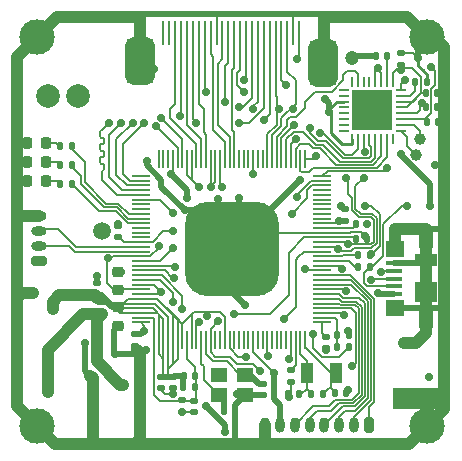
<source format=gbr>
%TF.GenerationSoftware,KiCad,Pcbnew,6.0.7*%
%TF.CreationDate,2022-11-09T14:03:12+03:00*%
%TF.ProjectId,camera_v3s,63616d65-7261-45f7-9633-732e6b696361,rev?*%
%TF.SameCoordinates,Original*%
%TF.FileFunction,Copper,L1,Top*%
%TF.FilePolarity,Positive*%
%FSLAX46Y46*%
G04 Gerber Fmt 4.6, Leading zero omitted, Abs format (unit mm)*
G04 Created by KiCad (PCBNEW 6.0.7) date 2022-11-09 14:03:12*
%MOMM*%
%LPD*%
G01*
G04 APERTURE LIST*
G04 Aperture macros list*
%AMRoundRect*
0 Rectangle with rounded corners*
0 $1 Rounding radius*
0 $2 $3 $4 $5 $6 $7 $8 $9 X,Y pos of 4 corners*
0 Add a 4 corners polygon primitive as box body*
4,1,4,$2,$3,$4,$5,$6,$7,$8,$9,$2,$3,0*
0 Add four circle primitives for the rounded corners*
1,1,$1+$1,$2,$3*
1,1,$1+$1,$4,$5*
1,1,$1+$1,$6,$7*
1,1,$1+$1,$8,$9*
0 Add four rect primitives between the rounded corners*
20,1,$1+$1,$2,$3,$4,$5,0*
20,1,$1+$1,$4,$5,$6,$7,0*
20,1,$1+$1,$6,$7,$8,$9,0*
20,1,$1+$1,$8,$9,$2,$3,0*%
G04 Aperture macros list end*
%TA.AperFunction,SMDPad,CuDef*%
%ADD10C,1.000000*%
%TD*%
%TA.AperFunction,SMDPad,CuDef*%
%ADD11RoundRect,0.135000X0.135000X0.185000X-0.135000X0.185000X-0.135000X-0.185000X0.135000X-0.185000X0*%
%TD*%
%TA.AperFunction,SMDPad,CuDef*%
%ADD12RoundRect,0.140000X-0.140000X-0.170000X0.140000X-0.170000X0.140000X0.170000X-0.140000X0.170000X0*%
%TD*%
%TA.AperFunction,SMDPad,CuDef*%
%ADD13RoundRect,0.140000X0.170000X-0.140000X0.170000X0.140000X-0.170000X0.140000X-0.170000X-0.140000X0*%
%TD*%
%TA.AperFunction,SMDPad,CuDef*%
%ADD14R,3.450000X3.450000*%
%TD*%
%TA.AperFunction,SMDPad,CuDef*%
%ADD15RoundRect,0.062500X-0.375000X0.062500X-0.375000X-0.062500X0.375000X-0.062500X0.375000X0.062500X0*%
%TD*%
%TA.AperFunction,SMDPad,CuDef*%
%ADD16RoundRect,0.062500X-0.062500X0.375000X-0.062500X-0.375000X0.062500X-0.375000X0.062500X0.375000X0*%
%TD*%
%TA.AperFunction,SMDPad,CuDef*%
%ADD17RoundRect,0.625000X0.625000X1.375000X-0.625000X1.375000X-0.625000X-1.375000X0.625000X-1.375000X0*%
%TD*%
%TA.AperFunction,SMDPad,CuDef*%
%ADD18RoundRect,0.062500X0.062500X0.937500X-0.062500X0.937500X-0.062500X-0.937500X0.062500X-0.937500X0*%
%TD*%
%TA.AperFunction,SMDPad,CuDef*%
%ADD19RoundRect,0.140000X-0.170000X0.140000X-0.170000X-0.140000X0.170000X-0.140000X0.170000X0.140000X0*%
%TD*%
%TA.AperFunction,SMDPad,CuDef*%
%ADD20RoundRect,0.225000X0.250000X-0.225000X0.250000X0.225000X-0.250000X0.225000X-0.250000X-0.225000X0*%
%TD*%
%TA.AperFunction,SMDPad,CuDef*%
%ADD21RoundRect,0.225000X-0.250000X0.225000X-0.250000X-0.225000X0.250000X-0.225000X0.250000X0.225000X0*%
%TD*%
%TA.AperFunction,SMDPad,CuDef*%
%ADD22RoundRect,0.135000X-0.135000X-0.185000X0.135000X-0.185000X0.135000X0.185000X-0.135000X0.185000X0*%
%TD*%
%TA.AperFunction,SMDPad,CuDef*%
%ADD23RoundRect,0.135000X-0.185000X0.135000X-0.185000X-0.135000X0.185000X-0.135000X0.185000X0.135000X0*%
%TD*%
%TA.AperFunction,SMDPad,CuDef*%
%ADD24RoundRect,0.140000X0.140000X0.170000X-0.140000X0.170000X-0.140000X-0.170000X0.140000X-0.170000X0*%
%TD*%
%TA.AperFunction,ComponentPad*%
%ADD25RoundRect,0.200000X0.450000X-0.200000X0.450000X0.200000X-0.450000X0.200000X-0.450000X-0.200000X0*%
%TD*%
%TA.AperFunction,ComponentPad*%
%ADD26O,1.300000X0.800000*%
%TD*%
%TA.AperFunction,SMDPad,CuDef*%
%ADD27RoundRect,0.225000X-0.225000X-0.250000X0.225000X-0.250000X0.225000X0.250000X-0.225000X0.250000X0*%
%TD*%
%TA.AperFunction,SMDPad,CuDef*%
%ADD28R,1.000000X1.800000*%
%TD*%
%TA.AperFunction,SMDPad,CuDef*%
%ADD29RoundRect,2.000000X-2.000000X2.000000X-2.000000X-2.000000X2.000000X-2.000000X2.000000X2.000000X0*%
%TD*%
%TA.AperFunction,SMDPad,CuDef*%
%ADD30RoundRect,0.050000X-0.687500X0.050000X-0.687500X-0.050000X0.687500X-0.050000X0.687500X0.050000X0*%
%TD*%
%TA.AperFunction,SMDPad,CuDef*%
%ADD31RoundRect,0.050000X-0.050000X0.687500X-0.050000X-0.687500X0.050000X-0.687500X0.050000X0.687500X0*%
%TD*%
%TA.AperFunction,ComponentPad*%
%ADD32O,0.800000X1.300000*%
%TD*%
%TA.AperFunction,ComponentPad*%
%ADD33RoundRect,0.200000X0.200000X0.450000X-0.200000X0.450000X-0.200000X-0.450000X0.200000X-0.450000X0*%
%TD*%
%TA.AperFunction,SMDPad,CuDef*%
%ADD34R,1.400000X1.200000*%
%TD*%
%TA.AperFunction,SMDPad,CuDef*%
%ADD35R,1.900000X1.000000*%
%TD*%
%TA.AperFunction,SMDPad,CuDef*%
%ADD36R,1.300000X1.650000*%
%TD*%
%TA.AperFunction,SMDPad,CuDef*%
%ADD37R,1.550000X1.425000*%
%TD*%
%TA.AperFunction,SMDPad,CuDef*%
%ADD38R,1.900000X1.800000*%
%TD*%
%TA.AperFunction,SMDPad,CuDef*%
%ADD39R,1.380000X0.450000*%
%TD*%
%TA.AperFunction,SMDPad,CuDef*%
%ADD40RoundRect,0.218750X-0.218750X-0.256250X0.218750X-0.256250X0.218750X0.256250X-0.218750X0.256250X0*%
%TD*%
%TA.AperFunction,ViaPad*%
%ADD41C,0.700000*%
%TD*%
%TA.AperFunction,ViaPad*%
%ADD42C,1.200000*%
%TD*%
%TA.AperFunction,ViaPad*%
%ADD43C,2.000000*%
%TD*%
%TA.AperFunction,ViaPad*%
%ADD44C,1.500000*%
%TD*%
%TA.AperFunction,ViaPad*%
%ADD45C,0.800000*%
%TD*%
%TA.AperFunction,ViaPad*%
%ADD46C,3.000000*%
%TD*%
%TA.AperFunction,Conductor*%
%ADD47C,0.500000*%
%TD*%
%TA.AperFunction,Conductor*%
%ADD48C,0.127000*%
%TD*%
%TA.AperFunction,Conductor*%
%ADD49C,0.250000*%
%TD*%
%TA.AperFunction,Conductor*%
%ADD50C,0.200000*%
%TD*%
%TA.AperFunction,Conductor*%
%ADD51C,1.000000*%
%TD*%
G04 APERTURE END LIST*
D10*
%TO.P,TP15,1,1*%
%TO.N,GNDD*%
X35650000Y-33050000D03*
%TD*%
%TO.P,TP7,1,1*%
%TO.N,/TXD*%
X34950000Y-11200000D03*
%TD*%
%TO.P,TP6,1,1*%
%TO.N,/RXD*%
X34600000Y-12500000D03*
%TD*%
D11*
%TO.P,R35,1*%
%TO.N,GNDD*%
X35520000Y-6350000D03*
%TO.P,R35,2*%
%TO.N,Net-(U1-Pad31)*%
X34500000Y-6350000D03*
%TD*%
D12*
%TO.P,C63,1*%
%TO.N,Net-(U1-Pad28)*%
X35420000Y-8500000D03*
%TO.P,C63,2*%
%TO.N,GNDD*%
X36380000Y-8500000D03*
%TD*%
%TO.P,C62,1*%
%TO.N,/ANT*%
X31170000Y-4100000D03*
%TO.P,C62,2*%
%TO.N,/LNA*%
X32130000Y-4100000D03*
%TD*%
%TO.P,C60,1*%
%TO.N,Net-(U1-Pad27)*%
X35520000Y-9700000D03*
%TO.P,C60,2*%
%TO.N,GNDD*%
X36480000Y-9700000D03*
%TD*%
%TO.P,C59,1*%
%TO.N,/3V3_2*%
X35420000Y-7250000D03*
%TO.P,C59,2*%
%TO.N,GNDD*%
X36380000Y-7250000D03*
%TD*%
D13*
%TO.P,C58,1*%
%TO.N,/3V3_2*%
X33300000Y-4880000D03*
%TO.P,C58,2*%
%TO.N,GNDD*%
X33300000Y-3920000D03*
%TD*%
D14*
%TO.P,U1,33,GND*%
%TO.N,GNDD*%
X30900000Y-8750000D03*
D15*
%TO.P,U1,32,~{EXT_RSTB}*%
%TO.N,/RST*%
X33337500Y-7000000D03*
%TO.P,U1,31,RES12K*%
%TO.N,Net-(U1-Pad31)*%
X33337500Y-7500000D03*
%TO.P,U1,30,VDDA*%
%TO.N,/3V3_2*%
X33337500Y-8000000D03*
%TO.P,U1,29,VDDD*%
X33337500Y-8500000D03*
%TO.P,U1,28,XTAL_IN*%
%TO.N,Net-(U1-Pad28)*%
X33337500Y-9000000D03*
%TO.P,U1,27,XTAL_OUT*%
%TO.N,Net-(U1-Pad27)*%
X33337500Y-9500000D03*
%TO.P,U1,26,U0TXD*%
%TO.N,/TXD*%
X33337500Y-10000000D03*
%TO.P,U1,25,U0RXD*%
%TO.N,/RXD*%
X33337500Y-10500000D03*
D16*
%TO.P,U1,24,GPIO5*%
%TO.N,unconnected-(U1-Pad24)*%
X32650000Y-11187500D03*
%TO.P,U1,23,SDIO_DATA_1*%
%TO.N,/SDC1_D1*%
X32150000Y-11187500D03*
%TO.P,U1,22,SDIO_DATA_0*%
%TO.N,/SDC1_D0*%
X31650000Y-11187500D03*
%TO.P,U1,21,SDIO_CLK*%
%TO.N,/SDC1_CLK*%
X31150000Y-11187500D03*
%TO.P,U1,20,SDIO_CMD*%
%TO.N,/SDC1_CMD*%
X30650000Y-11187500D03*
%TO.P,U1,19,SDIO_DATA_3*%
%TO.N,/SDC1_D3*%
X30150000Y-11187500D03*
%TO.P,U1,18,SDIO_DATA_2*%
%TO.N,/SDC1_D2*%
X29650000Y-11187500D03*
%TO.P,U1,17,VDDPST*%
%TO.N,/3V3_2*%
X29150000Y-11187500D03*
D15*
%TO.P,U1,16,GPIO4*%
%TO.N,unconnected-(U1-Pad16)*%
X28462500Y-10500000D03*
%TO.P,U1,15,GPIO0*%
%TO.N,/GPIO0*%
X28462500Y-10000000D03*
%TO.P,U1,14,GPIO2*%
%TO.N,/GPIO2*%
X28462500Y-9500000D03*
%TO.P,U1,13,MTDO*%
%TO.N,unconnected-(U1-Pad13)*%
X28462500Y-9000000D03*
%TO.P,U1,12,MTCK*%
%TO.N,unconnected-(U1-Pad12)*%
X28462500Y-8500000D03*
%TO.P,U1,11,VDDPST*%
%TO.N,/3V3_2*%
X28462500Y-8000000D03*
%TO.P,U1,10,MTDI*%
%TO.N,unconnected-(U1-Pad10)*%
X28462500Y-7500000D03*
%TO.P,U1,9,MTMS*%
%TO.N,unconnected-(U1-Pad9)*%
X28462500Y-7000000D03*
D16*
%TO.P,U1,8,XPD_DCDC*%
%TO.N,unconnected-(U1-Pad8)*%
X29150000Y-6312500D03*
%TO.P,U1,7,CHIP_PU*%
%TO.N,/CHIP_EN*%
X29650000Y-6312500D03*
%TO.P,U1,6,TOUT*%
%TO.N,unconnected-(U1-Pad6)*%
X30150000Y-6312500D03*
%TO.P,U1,5,VDD_RTC*%
%TO.N,unconnected-(U1-Pad5)*%
X30650000Y-6312500D03*
%TO.P,U1,4,VDD3P3*%
%TO.N,/3V3_2*%
X31150000Y-6312500D03*
%TO.P,U1,3,VDD3P3*%
X31650000Y-6312500D03*
%TO.P,U1,2,LNA*%
%TO.N,/LNA*%
X32150000Y-6312500D03*
%TO.P,U1,1,VDDA*%
%TO.N,/3V3_2*%
X32650000Y-6312500D03*
%TD*%
D10*
%TO.P,TP5,1,1*%
%TO.N,Net-(DD1-Pad113)*%
X5950000Y-7550000D03*
%TD*%
%TO.P,TP2,1,1*%
%TO.N,Net-(DD1-Pad114)*%
X3400000Y-7550000D03*
%TD*%
D17*
%TO.P,X1,25,Pin_25*%
%TO.N,GNDD*%
X26700000Y-4700000D03*
X11200000Y-4600000D03*
D18*
%TO.P,X1,24,Pin_24*%
%TO.N,/DATA_0*%
X13200000Y-2200000D03*
%TO.P,X1,23,Pin_23*%
%TO.N,/DATA_1*%
X13700000Y-2200000D03*
%TO.P,X1,22,Pin_22*%
%TO.N,/CSI_D6*%
X14200000Y-2200000D03*
%TO.P,X1,21,Pin_21*%
%TO.N,/CSI_D5*%
X14700000Y-2200000D03*
%TO.P,X1,20,Pin_20*%
%TO.N,/CSI_D7*%
X15200000Y-2200000D03*
%TO.P,X1,19,Pin_19*%
%TO.N,/CSI_D4*%
X15700000Y-2200000D03*
%TO.P,X1,18,Pin_18*%
%TO.N,/CSI_D8*%
X16200000Y-2200000D03*
%TO.P,X1,17,Pin_17*%
%TO.N,/CLK_PCLK*%
X16700000Y-2200000D03*
%TO.P,X1,16,Pin_16*%
%TO.N,/CSI_D9*%
X17200000Y-2200000D03*
%TO.P,X1,15,Pin_15*%
%TO.N,GNDD*%
X17700000Y-2200000D03*
%TO.P,X1,14,Pin_14*%
%TO.N,/CSI_D10*%
X18200000Y-2200000D03*
%TO.P,X1,13,Pin_13*%
%TO.N,/CSI_MCLK*%
X18700000Y-2200000D03*
%TO.P,X1,12,Pin_12*%
%TO.N,/CSI_D11*%
X19200000Y-2200000D03*
%TO.P,X1,11,Pin_11*%
%TO.N,+3V0*%
X19700000Y-2200000D03*
%TO.P,X1,10,Pin_10*%
%TO.N,+1V35*%
X20200000Y-2200000D03*
%TO.P,X1,9,Pin_9*%
%TO.N,/CSI_HS*%
X20700000Y-2200000D03*
%TO.P,X1,8,Pin_8*%
%TO.N,/PWDN*%
X21200000Y-2200000D03*
%TO.P,X1,7,Pin_7*%
%TO.N,/CSI_VS*%
X21700000Y-2200000D03*
%TO.P,X1,6,Pin_6*%
%TO.N,/RESETB*%
X22200000Y-2200000D03*
%TO.P,X1,5,Pin_5*%
%TO.N,/I2C1_SCK*%
X22700000Y-2200000D03*
%TO.P,X1,4,Pin_4*%
%TO.N,+3V0*%
X23200000Y-2200000D03*
%TO.P,X1,3,Pin_3*%
%TO.N,/I2C1_SDA*%
X23700000Y-2200000D03*
%TO.P,X1,2,Pin_2*%
%TO.N,GNDD*%
X24200000Y-2200000D03*
%TO.P,X1,1,Pin_1*%
%TO.N,/STROB*%
X24700000Y-2200000D03*
%TD*%
D19*
%TO.P,C56,2*%
%TO.N,GNDD*%
X14000000Y-32280000D03*
%TO.P,C56,1*%
%TO.N,+1V8*%
X14000000Y-31320000D03*
%TD*%
D20*
%TO.P,C19,2*%
%TO.N,GNDD*%
X9400000Y-22425000D03*
%TO.P,C19,1*%
%TO.N,+3V3*%
X9400000Y-23975000D03*
%TD*%
D21*
%TO.P,C18,2*%
%TO.N,GNDD*%
X9400000Y-26975000D03*
%TO.P,C18,1*%
%TO.N,+1V8*%
X9400000Y-25425000D03*
%TD*%
D13*
%TO.P,C30,2*%
%TO.N,GNDD*%
X28600000Y-17120000D03*
%TO.P,C30,1*%
%TO.N,/VRA2*%
X28600000Y-18080000D03*
%TD*%
%TO.P,C51,2*%
%TO.N,GNDD*%
X9400000Y-18520000D03*
%TO.P,C51,1*%
%TO.N,+1V2*%
X9400000Y-19480000D03*
%TD*%
D19*
%TO.P,C49,2*%
%TO.N,GNDD*%
X10800000Y-28680000D03*
%TO.P,C49,1*%
%TO.N,+1V2*%
X10800000Y-27720000D03*
%TD*%
D12*
%TO.P,C48,2*%
%TO.N,GNDD*%
X28880000Y-27800000D03*
%TO.P,C48,1*%
%TO.N,Net-(DD1-Pad98)*%
X27920000Y-27800000D03*
%TD*%
D11*
%TO.P,R39,1*%
%TO.N,/PB2*%
X5460000Y-11800000D03*
%TO.P,R39,2*%
%TO.N,Net-(D3-Pad2)*%
X4440000Y-11800000D03*
%TD*%
%TO.P,R38,2*%
%TO.N,Net-(D2-Pad2)*%
X4440000Y-13350000D03*
%TO.P,R38,1*%
%TO.N,/PB3*%
X5460000Y-13350000D03*
%TD*%
%TO.P,R33,2*%
%TO.N,Net-(D1-Pad2)*%
X4440000Y-14950000D03*
%TO.P,R33,1*%
%TO.N,/PB4*%
X5460000Y-14950000D03*
%TD*%
D22*
%TO.P,R26,2*%
%TO.N,/X32KIN*%
X26710000Y-32800000D03*
%TO.P,R26,1*%
%TO.N,/X32KOUT*%
X25690000Y-32800000D03*
%TD*%
D11*
%TO.P,R24,2*%
%TO.N,/USB-D-*%
X29690000Y-22000000D03*
%TO.P,R24,1*%
%TO.N,/USB-D-_R*%
X30710000Y-22000000D03*
%TD*%
%TO.P,R20,1*%
%TO.N,/USB-D+_R*%
X30710000Y-21000000D03*
%TO.P,R20,2*%
%TO.N,/USB-D+*%
X29690000Y-21000000D03*
%TD*%
D23*
%TO.P,R19,2*%
%TO.N,GNDD*%
X14800000Y-34310000D03*
%TO.P,R19,1*%
%TO.N,/SVREF*%
X14800000Y-33290000D03*
%TD*%
D22*
%TO.P,R18,2*%
%TO.N,/SVREF*%
X15910000Y-32200000D03*
%TO.P,R18,1*%
%TO.N,+1V8*%
X14890000Y-32200000D03*
%TD*%
D23*
%TO.P,R15,2*%
%TO.N,GNDD*%
X24000000Y-31710000D03*
%TO.P,R15,1*%
%TO.N,Net-(DD1-Pad94)*%
X24000000Y-30690000D03*
%TD*%
D11*
%TO.P,R11,1*%
%TO.N,+3V3*%
X28910000Y-28800000D03*
%TO.P,R11,2*%
%TO.N,Net-(DD1-Pad98)*%
X27890000Y-28800000D03*
%TD*%
D12*
%TO.P,C47,2*%
%TO.N,/SVREF*%
X15880000Y-31200000D03*
%TO.P,C47,1*%
%TO.N,+1V8*%
X14920000Y-31200000D03*
%TD*%
%TO.P,C45,2*%
%TO.N,GNDD*%
X30480000Y-19600000D03*
%TO.P,C45,1*%
%TO.N,VAA*%
X29520000Y-19600000D03*
%TD*%
%TO.P,C43,2*%
%TO.N,GNDD*%
X19280000Y-34200000D03*
%TO.P,C43,1*%
%TO.N,/X24MOUT*%
X18320000Y-34200000D03*
%TD*%
%TO.P,C42,2*%
%TO.N,GNDD*%
X28680000Y-32700000D03*
%TO.P,C42,1*%
%TO.N,/X32KIN*%
X27720000Y-32700000D03*
%TD*%
D24*
%TO.P,C40,2*%
%TO.N,GNDD*%
X23720000Y-32800000D03*
%TO.P,C40,1*%
%TO.N,/X32KOUT*%
X24680000Y-32800000D03*
%TD*%
D19*
%TO.P,C39,2*%
%TO.N,GNDD*%
X21600000Y-32880000D03*
%TO.P,C39,1*%
%TO.N,/X24MIN*%
X21600000Y-31920000D03*
%TD*%
D12*
%TO.P,C33,2*%
%TO.N,GNDD*%
X30480000Y-18400000D03*
%TO.P,C33,1*%
%TO.N,/VRA1*%
X29520000Y-18400000D03*
%TD*%
D13*
%TO.P,C27,2*%
%TO.N,GNDD*%
X7600000Y-23320000D03*
%TO.P,C27,1*%
%TO.N,+1V8*%
X7600000Y-24280000D03*
%TD*%
D19*
%TO.P,C23,2*%
%TO.N,GNDD*%
X13000000Y-32280000D03*
%TO.P,C23,1*%
%TO.N,+1V8*%
X13000000Y-31320000D03*
%TD*%
%TO.P,C21,2*%
%TO.N,GNDD*%
X15800000Y-34280000D03*
%TO.P,C21,1*%
%TO.N,/SVREF*%
X15800000Y-33320000D03*
%TD*%
%TO.P,C13,2*%
%TO.N,GNDD*%
X27000000Y-28880000D03*
%TO.P,C13,1*%
%TO.N,Net-(C13-Pad1)*%
X27000000Y-27920000D03*
%TD*%
D25*
%TO.P,J4,1,Pin_1*%
%TO.N,+5V*%
X2650000Y-21475000D03*
D26*
%TO.P,J4,2,Pin_2*%
%TO.N,/UART0_RX*%
X2650000Y-20225000D03*
%TO.P,J4,3,Pin_3*%
%TO.N,/UART0_TX*%
X2650000Y-18975000D03*
%TO.P,J4,4,Pin_4*%
%TO.N,GNDD*%
X2650000Y-17725000D03*
%TD*%
D27*
%TO.P,C9,2*%
%TO.N,GNDD*%
X11175000Y-32000000D03*
%TO.P,C9,1*%
%TO.N,+5V*%
X9625000Y-32000000D03*
%TD*%
D28*
%TO.P,Y2,2,2*%
%TO.N,/X32KIN*%
X27850000Y-31000000D03*
%TO.P,Y2,1,1*%
%TO.N,/X32KOUT*%
X25350000Y-31000000D03*
%TD*%
D29*
%TO.P,DD1,PAD,EGND*%
%TO.N,GNDD*%
X19000000Y-20500000D03*
D30*
%TO.P,DD1,128,PG5/SDC1_D3/PG_EINT5*%
%TO.N,/SDC1_D3*%
X26662500Y-14300000D03*
%TO.P,DD1,127,VCC-IO1*%
%TO.N,+3V3*%
X26662500Y-14700000D03*
%TO.P,DD1,126,VDD-SYS2*%
%TO.N,+1V2*%
X26662500Y-15100000D03*
%TO.P,DD1,125,HPCOM*%
%TO.N,unconnected-(DD1-Pad125)*%
X26662500Y-15500000D03*
%TO.P,DD1,124,HPCOMFB*%
%TO.N,unconnected-(DD1-Pad124)*%
X26662500Y-15900000D03*
%TO.P,DD1,123,HPVCCBP*%
%TO.N,/HPVCCBP*%
X26662500Y-16300000D03*
%TO.P,DD1,122,HPVCCIN*%
%TO.N,/HPVCCIN*%
X26662500Y-16700000D03*
%TO.P,DD1,121,HPOUTL*%
%TO.N,unconnected-(DD1-Pad121)*%
X26662500Y-17100000D03*
%TO.P,DD1,120,HPOUTR*%
%TO.N,unconnected-(DD1-Pad120)*%
X26662500Y-17500000D03*
%TO.P,DD1,119,HBIAS*%
%TO.N,unconnected-(DD1-Pad119)*%
X26662500Y-17900000D03*
%TO.P,DD1,118,VRA2*%
%TO.N,/VRA2*%
X26662500Y-18300000D03*
%TO.P,DD1,117,VRA1*%
%TO.N,/VRA1*%
X26662500Y-18700000D03*
%TO.P,DD1,116,AGND*%
%TO.N,GNDD*%
X26662500Y-19100000D03*
%TO.P,DD1,115,AVCC*%
%TO.N,VAA*%
X26662500Y-19500000D03*
%TO.P,DD1,114,MICIN1N*%
%TO.N,Net-(DD1-Pad114)*%
X26662500Y-19900000D03*
%TO.P,DD1,113,MICIN1P*%
%TO.N,Net-(DD1-Pad113)*%
X26662500Y-20300000D03*
%TO.P,DD1,112,LRADC0*%
%TO.N,/LRADC*%
X26662500Y-20700000D03*
%TO.P,DD1,111,USB-DP*%
%TO.N,/USB-D+*%
X26662500Y-21100000D03*
%TO.P,DD1,110,USB-DM*%
%TO.N,/USB-D-*%
X26662500Y-21500000D03*
%TO.P,DD1,109,VCC-USB*%
%TO.N,+3V3*%
X26662500Y-21900000D03*
%TO.P,DD1,108,VDD-SYS1*%
%TO.N,+1V2*%
X26662500Y-22300000D03*
%TO.P,DD1,107,PF0/SDC0_D1/JTAG_MS1*%
%TO.N,/SDC0_D1*%
X26662500Y-22700000D03*
%TO.P,DD1,106,PF1/SDC0_D0/JTAG_DI1*%
%TO.N,/SDC0_D0*%
X26662500Y-23100000D03*
%TO.P,DD1,105,PF2/SDC0_CLK/UART0_TX*%
%TO.N,/SDC0_CLK*%
X26662500Y-23500000D03*
%TO.P,DD1,104,VCC-IO0*%
%TO.N,+3V3*%
X26662500Y-23900000D03*
%TO.P,DD1,103,PF3/SDC0_CMD/JTAG_DO1*%
%TO.N,/SDC0_CMD*%
X26662500Y-24300000D03*
%TO.P,DD1,102,PF4/SDC0_D3/UART0_RX*%
%TO.N,/SDC0_D3*%
X26662500Y-24700000D03*
%TO.P,DD1,101,PF5/SDC0_D2/JTAG_CK1*%
%TO.N,/SDC0_D2*%
X26662500Y-25100000D03*
%TO.P,DD1,100,PF6*%
%TO.N,/USB-ID*%
X26662500Y-25500000D03*
%TO.P,DD1,99,RESET*%
%TO.N,/RESET*%
X26662500Y-25900000D03*
%TO.P,DD1,98,VCC-RTC*%
%TO.N,Net-(DD1-Pad98)*%
X26662500Y-26300000D03*
%TO.P,DD1,97,RTC-VIO*%
%TO.N,Net-(C13-Pad1)*%
X26662500Y-26700000D03*
D31*
%TO.P,DD1,96,X32KIN*%
%TO.N,/X32KIN*%
X25200000Y-28162500D03*
%TO.P,DD1,95,X32KOUT*%
%TO.N,/X32KOUT*%
X24800000Y-28162500D03*
%TO.P,DD1,94,EPHY-RTX*%
%TO.N,Net-(DD1-Pad94)*%
X24400000Y-28162500D03*
%TO.P,DD1,93,EPHY-VCC*%
%TO.N,+3V3*%
X24000000Y-28162500D03*
%TO.P,DD1,92,EPHY-TXP*%
%TO.N,/EPHY-TXP*%
X23600000Y-28162500D03*
%TO.P,DD1,91,EPHY-TXN*%
%TO.N,/EPHY-TXN*%
X23200000Y-28162500D03*
%TO.P,DD1,90,EPHY-RXP*%
%TO.N,/EPHY-RXP*%
X22800000Y-28162500D03*
%TO.P,DD1,89,EPNY-RXN*%
%TO.N,/EPHY-RXN*%
X22400000Y-28162500D03*
%TO.P,DD1,88,EPHY-VDD*%
%TO.N,+1V2*%
X22000000Y-28162500D03*
%TO.P,DD1,87,MCSI-CKN*%
%TO.N,unconnected-(DD1-Pad87)*%
X21600000Y-28162500D03*
%TO.P,DD1,86,MCSI-CKP*%
%TO.N,unconnected-(DD1-Pad86)*%
X21200000Y-28162500D03*
%TO.P,DD1,85,VCC-MCSI*%
%TO.N,+3V3*%
X20800000Y-28162500D03*
%TO.P,DD1,84,MCSI-D1N*%
%TO.N,unconnected-(DD1-Pad84)*%
X20400000Y-28162500D03*
%TO.P,DD1,83,MCSI-D1P*%
%TO.N,unconnected-(DD1-Pad83)*%
X20000000Y-28162500D03*
%TO.P,DD1,82,MCSI-D0N*%
%TO.N,unconnected-(DD1-Pad82)*%
X19600000Y-28162500D03*
%TO.P,DD1,81,MCSI-D0P*%
%TO.N,unconnected-(DD1-Pad81)*%
X19200000Y-28162500D03*
%TO.P,DD1,80,VDD-SYS0*%
%TO.N,+1V2*%
X18800000Y-28162500D03*
%TO.P,DD1,79,VCC-DRAM7*%
%TO.N,+1V8*%
X18400000Y-28162500D03*
%TO.P,DD1,78,EPHY-SPD-LED*%
%TO.N,/EPHY-SPD-LED*%
X18000000Y-28162500D03*
%TO.P,DD1,77,EPHY-LINK-LED*%
%TO.N,/EPHY-LINK-LED*%
X17600000Y-28162500D03*
%TO.P,DD1,76,VCC-PLL*%
%TO.N,VAA*%
X17200000Y-28162500D03*
%TO.P,DD1,75,X24MIN*%
%TO.N,/X24MIN*%
X16800000Y-28162500D03*
%TO.P,DD1,74,X24MOUT*%
%TO.N,/X24MOUT*%
X16400000Y-28162500D03*
%TO.P,DD1,73,SZQ*%
%TO.N,Net-(DD1-Pad73)*%
X16000000Y-28162500D03*
%TO.P,DD1,72,VCC-DRAM6*%
%TO.N,+1V8*%
X15600000Y-28162500D03*
%TO.P,DD1,71,SVREF0*%
%TO.N,/SVREF*%
X15200000Y-28162500D03*
%TO.P,DD1,70,VCC-DRAM5*%
%TO.N,+1V8*%
X14800000Y-28162500D03*
%TO.P,DD1,69,VCC-DRAM4*%
X14400000Y-28162500D03*
%TO.P,DD1,68,VCC-DRAM3*%
X14000000Y-28162500D03*
%TO.P,DD1,67,VCC-DRAM2*%
X13600000Y-28162500D03*
%TO.P,DD1,66,VCC-DRAM1*%
X13200000Y-28162500D03*
%TO.P,DD1,65,VCC-DRAM0*%
X12800000Y-28162500D03*
D30*
%TO.P,DD1,64,VDD-SYS5*%
%TO.N,+1V2*%
X11337500Y-26700000D03*
%TO.P,DD1,63,SVREF1*%
%TO.N,/SVREF*%
X11337500Y-26300000D03*
%TO.P,DD1,62,VCC-DRAM11*%
%TO.N,+1V8*%
X11337500Y-25900000D03*
%TO.P,DD1,61,VCC-DRAM10*%
X11337500Y-25500000D03*
%TO.P,DD1,60,VCC-DRAM9*%
X11337500Y-25100000D03*
%TO.P,DD1,59,VCC-DRAM8*%
X11337500Y-24700000D03*
%TO.P,DD1,58,VDD-SYS4*%
%TO.N,+1V2*%
X11337500Y-24300000D03*
%TO.P,DD1,57,VCC-IO2*%
%TO.N,+3V3*%
X11337500Y-23900000D03*
%TO.P,DD1,56,VDD-CPU7*%
%TO.N,+1V2*%
X11337500Y-23500000D03*
%TO.P,DD1,55,PC3/SDC2_D0/SPI_MOSI*%
%TO.N,/SPI_MOSI*%
X11337500Y-23100000D03*
%TO.P,DD1,54,PC2/SDC2_RST/SPI_CS*%
%TO.N,/SPI_CS*%
X11337500Y-22700000D03*
%TO.P,DD1,53,PC1/SDC2_CMD/SPI_SCK*%
%TO.N,/SPI_SCK*%
X11337500Y-22300000D03*
%TO.P,DD1,52,PC0/SDC2_SCK/SPI_MISO*%
%TO.N,/SPI_MISO*%
X11337500Y-21900000D03*
%TO.P,DD1,51,VDD-CPU6*%
%TO.N,+1V2*%
X11337500Y-21500000D03*
%TO.P,DD1,50,VCC-IO3*%
%TO.N,+3V3*%
X11337500Y-21100000D03*
%TO.P,DD1,49,PB9/TWI1_SDA/UART0_RX/PB_EINT9*%
%TO.N,/UART0_RX*%
X11337500Y-20700000D03*
%TO.P,DD1,48,PB8/TWI1_SCK/UART0_TX/PB_EINT8*%
%TO.N,/UART0_TX*%
X11337500Y-20300000D03*
%TO.P,DD1,47,VDD-CPU5*%
%TO.N,+1V2*%
X11337500Y-19900000D03*
%TO.P,DD1,46,PB7/TWI0_SDA/PB_EINT7*%
%TO.N,/I2C0_SDA*%
X11337500Y-19500000D03*
%TO.P,DD1,45,PB6/TWI0_SCK/PB_EINT6*%
%TO.N,/I2C0_SCK*%
X11337500Y-19100000D03*
%TO.P,DD1,44,PB5/PWM1/PB_EINT5*%
%TO.N,/PB5*%
X11337500Y-18700000D03*
%TO.P,DD1,43,PB4/PWM0/PB_EINT4*%
%TO.N,/PB4*%
X11337500Y-18300000D03*
%TO.P,DD1,42,PB3/UART2_CTS/PB_EINT3*%
%TO.N,/PB3*%
X11337500Y-17900000D03*
%TO.P,DD1,41,PB2/UART2_RTS/PB_EINT2*%
%TO.N,/PB2*%
X11337500Y-17500000D03*
%TO.P,DD1,40,PB1/UART2_RX/PB_EINT1*%
%TO.N,/UART2_RX*%
X11337500Y-17100000D03*
%TO.P,DD1,39,PB0/UART2_TX/PB_EINT0*%
%TO.N,/UART2_TX*%
X11337500Y-16700000D03*
%TO.P,DD1,38,VDD-CPU4*%
%TO.N,+1V2*%
X11337500Y-16300000D03*
%TO.P,DD1,37,PE0/CSI_PCLK/LCD_CLK*%
%TO.N,/CLK_PCLK*%
X11337500Y-15900000D03*
%TO.P,DD1,36,PE1/CSI_MCLK/LCD_DE*%
%TO.N,/CSI_MCLK*%
X11337500Y-15500000D03*
%TO.P,DD1,35,PE2/CSI_HSYNC/LCD_HSYNC*%
%TO.N,/CSI_HS*%
X11337500Y-15100000D03*
%TO.P,DD1,34,PE3/CSI_VSYNC/LCD_VSYNC*%
%TO.N,/CSI_VS*%
X11337500Y-14700000D03*
%TO.P,DD1,33,PE4/CSI_D0/LCD_D2*%
%TO.N,/CSI_D0*%
X11337500Y-14300000D03*
D31*
%TO.P,DD1,32,PE5/CSI_D1/LCD_D3*%
%TO.N,/CSI_D1*%
X12800000Y-12837500D03*
%TO.P,DD1,31,PE6/CSI_D2/LCD_D4*%
%TO.N,/CSI_D2*%
X13200000Y-12837500D03*
%TO.P,DD1,30,PE7/CSI_D3/LCD_D5*%
%TO.N,/CSI_D3*%
X13600000Y-12837500D03*
%TO.P,DD1,29,VCC-PE1*%
%TO.N,+3V3*%
X14000000Y-12837500D03*
%TO.P,DD1,28,PE8/CSI_D4/LCD_D6*%
%TO.N,/CSI_D4*%
X14400000Y-12837500D03*
%TO.P,DD1,27,PE9/CSI_D5/LCD_D7*%
%TO.N,/CSI_D5*%
X14800000Y-12837500D03*
%TO.P,DD1,26,VDD-CPU0*%
%TO.N,+1V2*%
X15200000Y-12837500D03*
%TO.P,DD1,25,VDD-CPU1*%
X15600000Y-12837500D03*
%TO.P,DD1,24,PE10/CSI_D6/LCD_D10*%
%TO.N,/CSI_D6*%
X16000000Y-12837500D03*
%TO.P,DD1,23,PE11/CSI_D7/LCD_D11*%
%TO.N,/CSI_D7*%
X16400000Y-12837500D03*
%TO.P,DD1,22,PE12/CSI_D8/LCD_D12*%
%TO.N,/CSI_D8*%
X16800000Y-12837500D03*
%TO.P,DD1,21,VDD-CPU2*%
%TO.N,+1V2*%
X17200000Y-12837500D03*
%TO.P,DD1,20,VDD-CPU3*%
X17600000Y-12837500D03*
%TO.P,DD1,19,VDD-SYS3*%
X18000000Y-12837500D03*
%TO.P,DD1,18,PE13/CSI_D9/LCD_D13*%
%TO.N,/CSI_D9*%
X18400000Y-12837500D03*
%TO.P,DD1,17,PE14/CSI_D10/LCD_D14*%
%TO.N,/CSI_D10*%
X18800000Y-12837500D03*
%TO.P,DD1,16,PE15/CSI_D11/LCD_D15*%
%TO.N,/CSI_D11*%
X19200000Y-12837500D03*
%TO.P,DD1,15,PE16/CSI_D12/LCD_D18*%
%TO.N,unconnected-(DD1-Pad15)*%
X19600000Y-12837500D03*
%TO.P,DD1,14,PE17/CSI_D13/LCD_D19*%
%TO.N,unconnected-(DD1-Pad14)*%
X20000000Y-12837500D03*
%TO.P,DD1,13,PE18/CSI_D14/LCD_D20*%
%TO.N,unconnected-(DD1-Pad13)*%
X20400000Y-12837500D03*
%TO.P,DD1,12,VCC-PE0*%
%TO.N,+3V3*%
X20800000Y-12837500D03*
%TO.P,DD1,11,PE19/CSI_D15/LCD_D21*%
%TO.N,unconnected-(DD1-Pad11)*%
X21200000Y-12837500D03*
%TO.P,DD1,10,PE20/CSI_FIELD/CSI_MIPI_MCLK*%
%TO.N,unconnected-(DD1-Pad10)*%
X21600000Y-12837500D03*
%TO.P,DD1,9,PE21/CSI_SCK/TWI1_SCK/UART1_TX*%
%TO.N,/I2C1_SCK*%
X22000000Y-12837500D03*
%TO.P,DD1,8,PE22/CSI_SDA/TWI1_SDA/UART1_RX*%
%TO.N,/I2C1_SDA*%
X22400000Y-12837500D03*
%TO.P,DD1,7,PE23/LCD_D22*%
%TO.N,/CHIP_EN*%
X22800000Y-12837500D03*
%TO.P,DD1,6,PE24/LCD_D23*%
%TO.N,/RST*%
X23200000Y-12837500D03*
%TO.P,DD1,5,PG0/SDC1_CLK/PG_EINT0*%
%TO.N,/SDC1_CLK*%
X23600000Y-12837500D03*
%TO.P,DD1,4,PG1/SDC1_CMD/PG_EINT1*%
%TO.N,/SDC1_CMD*%
X24000000Y-12837500D03*
%TO.P,DD1,3,PG2/SDC1_D0/PG_EINT2*%
%TO.N,/SDC1_D0*%
X24400000Y-12837500D03*
%TO.P,DD1,2,PG3/SDC1_D1/PG_EINT3*%
%TO.N,/SDC1_D1*%
X24800000Y-12837500D03*
%TO.P,DD1,1,PG4/SDC1_D2/PG_EINT4*%
%TO.N,/SDC1_D2*%
X25200000Y-12837500D03*
%TD*%
D32*
%TO.P,J3,8,Pin_8*%
%TO.N,GNDD*%
X21825000Y-35350000D03*
%TO.P,J3,7,Pin_7*%
%TO.N,+3V3*%
X23075000Y-35350000D03*
%TO.P,J3,6,Pin_6*%
%TO.N,/SDC0_D2*%
X24325000Y-35350000D03*
%TO.P,J3,5,Pin_5*%
%TO.N,/SDC0_D3*%
X25575000Y-35350000D03*
%TO.P,J3,4,Pin_4*%
%TO.N,/SDC0_CMD*%
X26825000Y-35350000D03*
%TO.P,J3,3,Pin_3*%
%TO.N,/SDC0_CLK*%
X28075000Y-35350000D03*
%TO.P,J3,2,Pin_2*%
%TO.N,/SDC0_D0*%
X29325000Y-35350000D03*
D33*
%TO.P,J3,1,Pin_1*%
%TO.N,/SDC0_D1*%
X30575000Y-35350000D03*
%TD*%
D34*
%TO.P,Y1,1,1*%
%TO.N,/X24MIN*%
X20100000Y-31150000D03*
%TO.P,Y1,2,2*%
%TO.N,GNDD*%
X17900000Y-31150000D03*
%TO.P,Y1,3,3*%
%TO.N,/X24MOUT*%
X17900000Y-32850000D03*
%TO.P,Y1,4,4*%
%TO.N,GNDD*%
X20100000Y-32850000D03*
%TD*%
D35*
%TO.P,J5,6,Shield*%
%TO.N,GNDD*%
X35400000Y-21450000D03*
D36*
X35400000Y-19625000D03*
D37*
X32825000Y-25487500D03*
D38*
X35400000Y-24150000D03*
D36*
X35400000Y-26375000D03*
D37*
X32825000Y-20512500D03*
D39*
%TO.P,J5,5,GND*%
X32740000Y-21700000D03*
%TO.P,J5,4,ID*%
%TO.N,/USB-ID*%
X32740000Y-22350000D03*
%TO.P,J5,3,D+*%
%TO.N,/USB-D+_R*%
X32740000Y-23000000D03*
%TO.P,J5,2,D-*%
%TO.N,/USB-D-_R*%
X32740000Y-23650000D03*
%TO.P,J5,1,VBUS*%
%TO.N,Net-(J5-Pad1)*%
X32740000Y-24300000D03*
%TD*%
D40*
%TO.P,D1,2,A*%
%TO.N,Net-(D1-Pad2)*%
X3248750Y-14700000D03*
%TO.P,D1,1,K*%
%TO.N,GNDD*%
X1673750Y-14700000D03*
%TD*%
%TO.P,D3,1,K*%
%TO.N,GNDD*%
X1666368Y-11500000D03*
%TO.P,D3,2,A*%
%TO.N,Net-(D3-Pad2)*%
X3241368Y-11500000D03*
%TD*%
%TO.P,D2,2,A*%
%TO.N,Net-(D2-Pad2)*%
X3248750Y-13100000D03*
%TO.P,D2,1,K*%
%TO.N,GNDD*%
X1673750Y-13100000D03*
%TD*%
D41*
%TO.N,GNDD*%
X29850000Y-9750000D03*
X30950000Y-9750000D03*
X32100000Y-9750000D03*
X29850000Y-8750000D03*
X35700000Y-33050000D03*
%TO.N,+5V*%
X35700000Y-31350000D03*
%TO.N,GNDD*%
X29850000Y-7650000D03*
X31000000Y-7600000D03*
X32100000Y-7650000D03*
X32100000Y-8700000D03*
%TO.N,/3V3_2*%
X26900000Y-7740000D03*
%TO.N,/RST*%
X24300000Y-10010000D03*
X33649500Y-6200000D03*
%TO.N,/3V3_2*%
X31400000Y-5150000D03*
X33350000Y-5300000D03*
X33350000Y-12450000D03*
%TO.N,GNDD*%
X31000000Y-8700000D03*
X34750000Y-4350000D03*
X36563500Y-7300000D03*
%TO.N,Net-(U1-Pad27)*%
X35900000Y-5100000D03*
%TO.N,Net-(U1-Pad28)*%
X35100000Y-8100000D03*
%TO.N,/3V3_2*%
X27250000Y-8886000D03*
%TO.N,/SDC1_CMD*%
X25600000Y-10200000D03*
X24450000Y-11150000D03*
%TO.N,/SDC1_D3*%
X30276500Y-12260000D03*
X32150000Y-13600000D03*
%TO.N,/SDC1_D2*%
X26500000Y-10650000D03*
X26100000Y-12600000D03*
%TO.N,GNDD*%
X15073500Y-17200000D03*
D42*
%TO.N,/ANT*%
X29200000Y-4300000D03*
D43*
%TO.N,Net-(DD1-Pad113)*%
X5950000Y-7550000D03*
%TO.N,Net-(DD1-Pad114)*%
X3400000Y-7550000D03*
D41*
%TO.N,/LRADC*%
X23400000Y-26400000D03*
%TO.N,Net-(DD1-Pad113)*%
X30150000Y-14473500D03*
%TO.N,Net-(DD1-Pad114)*%
X28650000Y-14473500D03*
%TO.N,GNDD*%
X11800000Y-13000000D03*
%TO.N,/I2C1_SCK*%
X23000000Y-8600000D03*
%TO.N,/I2C1_SDA*%
X24200000Y-8600000D03*
%TO.N,GNDD*%
X36200000Y-13400000D03*
X14800000Y-34310000D03*
X7400000Y-33199255D03*
X26600000Y-4600000D03*
X12400000Y-5200000D03*
%TO.N,/STROB*%
X24490000Y-4400000D03*
%TO.N,+1V35*%
X20000000Y-6200000D03*
%TO.N,/CSI_D4*%
X12541539Y-10087691D03*
X16000000Y-9800000D03*
%TO.N,/CSI_D5*%
X13000000Y-9400000D03*
X14600000Y-9200000D03*
%TO.N,/CLK_PCLK*%
X16800000Y-7200000D03*
X8600000Y-9800000D03*
%TO.N,/CSI_MCLK*%
X18423500Y-8000000D03*
X9600000Y-9800000D03*
%TO.N,/CSI_HS*%
X19576500Y-8500000D03*
X10600000Y-9800000D03*
%TO.N,/CSI_VS*%
X11600000Y-9800000D03*
X19576500Y-9800000D03*
%TO.N,/PWDN*%
X20750000Y-8600000D03*
%TO.N,/RESETB*%
X21700000Y-9550000D03*
%TO.N,+3V0*%
X19992352Y-7192352D03*
X23600000Y-6600000D03*
%TO.N,GNDD*%
X2200000Y-24200000D03*
%TO.N,+5V*%
X3400000Y-32600000D03*
%TO.N,+1V8*%
X16888262Y-26125011D03*
%TO.N,+3V3*%
X8520000Y-21276500D03*
%TO.N,GNDD*%
X33600000Y-28400000D03*
X28800000Y-32400000D03*
%TO.N,+1V2*%
X16200000Y-15200000D03*
X17200000Y-15200000D03*
X18200000Y-15200000D03*
%TO.N,GNDD*%
X17800000Y-16223500D03*
X19600000Y-16200000D03*
X20100000Y-25200000D03*
X9400000Y-18400000D03*
X7600000Y-22800000D03*
X9600000Y-22400000D03*
%TO.N,+5V*%
X18400000Y-36000000D03*
X16800000Y-33800000D03*
%TO.N,GNDD*%
X30400000Y-18400000D03*
%TO.N,Net-(DD1-Pad113)*%
X28000000Y-20476500D03*
%TO.N,/VRA2*%
X28109510Y-18090490D03*
%TO.N,Net-(DD1-Pad114)*%
X28800000Y-20076500D03*
%TO.N,GNDD*%
X28200000Y-16800000D03*
%TO.N,VAA*%
X19200000Y-26000000D03*
%TO.N,GNDD*%
X30275551Y-19395803D03*
%TO.N,+1V2*%
X24100000Y-17500000D03*
%TO.N,+3V3*%
X24500000Y-16100000D03*
X15200000Y-16176500D03*
X25900000Y-27700000D03*
%TO.N,GNDD*%
X23800000Y-33000000D03*
X28800000Y-27400000D03*
X27000000Y-29000000D03*
%TO.N,/RESET*%
X28520000Y-26040000D03*
%TO.N,GNDD*%
X24800000Y-14600000D03*
%TO.N,VAA*%
X21392352Y-30807648D03*
%TO.N,GNDD*%
X19400000Y-32800000D03*
X17800000Y-31200000D03*
%TO.N,VAA*%
X17804102Y-26619398D03*
%TO.N,GNDD*%
X32800000Y-18800000D03*
%TO.N,/USB-D+_R*%
X30751838Y-23110000D03*
%TO.N,Net-(J5-Pad1)*%
X31400000Y-24200000D03*
%TO.N,/USB-D+_R*%
X30803162Y-20943162D03*
%TO.N,/3V3_2*%
X35800000Y-16800000D03*
%TO.N,/USB-D-_R*%
X33800000Y-16800000D03*
%TO.N,/USB-D+_R*%
X30300000Y-16800000D03*
%TO.N,/USB-ID*%
X31600000Y-22400000D03*
X29190000Y-30400000D03*
%TO.N,+3V3*%
X28350500Y-22160000D03*
X28650500Y-24040000D03*
X13830528Y-14096673D03*
X20800000Y-14150500D03*
%TO.N,+1V2*%
X25200000Y-22200000D03*
X14000000Y-17400000D03*
%TO.N,/SPI_MISO*%
X14200000Y-22000000D03*
%TO.N,/SPI_SCK*%
X14095664Y-22904336D03*
%TO.N,/SPI_CS*%
X14800000Y-25600000D03*
%TO.N,/SPI_MOSI*%
X14049500Y-25000000D03*
%TO.N,+1V2*%
X13034165Y-24143058D03*
X14000000Y-19000000D03*
%TO.N,+5V*%
X8000000Y-26000000D03*
X9762375Y-31962375D03*
%TO.N,+1V2*%
X14000000Y-20400000D03*
%TO.N,+3V3*%
X12807648Y-20207648D03*
%TO.N,GNDD*%
X14000000Y-32743500D03*
%TO.N,+1V2*%
X22025000Y-29575000D03*
%TO.N,+3V3*%
X23800000Y-29800000D03*
X22600000Y-31000000D03*
%TO.N,+1V2*%
X20200000Y-29600000D03*
%TO.N,Net-(DD1-Pad73)*%
X16249500Y-26649500D03*
%TO.N,GNDD*%
X9075250Y-29342109D03*
X6600000Y-28400000D03*
X7000000Y-31200000D03*
X11200000Y-31800000D03*
X11750500Y-29000000D03*
%TO.N,+1V8*%
X3825000Y-25600000D03*
%TO.N,+1V2*%
X11600000Y-27400000D03*
D44*
%TO.N,*%
X8000000Y-19000000D03*
D45*
%TO.N,GNDD*%
X20800000Y-18000000D03*
X20800000Y-22600000D03*
X18600000Y-22600000D03*
D46*
X35500000Y-2500000D03*
D45*
X20800000Y-20800000D03*
D46*
X35500000Y-35500000D03*
D45*
X20800000Y-19400000D03*
X18600000Y-21000000D03*
X18600000Y-18000000D03*
D46*
X2500000Y-2500000D03*
D45*
X18600000Y-19400000D03*
D46*
X2500000Y-35500000D03*
%TD*%
D47*
%TO.N,GNDD*%
X20100000Y-25200000D02*
X18600000Y-23700000D01*
X18600000Y-23700000D02*
X18600000Y-22600000D01*
D48*
%TO.N,/CHIP_EN*%
X28450000Y-6200000D02*
X28450000Y-5750000D01*
X26050000Y-7200000D02*
X27450000Y-7200000D01*
X27450000Y-7200000D02*
X28450000Y-6200000D01*
X25200000Y-8050000D02*
X26050000Y-7200000D01*
X24450000Y-9300000D02*
X25200000Y-8550000D01*
X23950000Y-9300000D02*
X24450000Y-9300000D01*
X25200000Y-8550000D02*
X25200000Y-8050000D01*
X28750000Y-5450000D02*
X29400000Y-5450000D01*
X23690500Y-9559500D02*
X23950000Y-9300000D01*
X28450000Y-5750000D02*
X28750000Y-5450000D01*
X23690500Y-10109500D02*
X23690500Y-9559500D01*
X22800000Y-11000000D02*
X23690500Y-10109500D01*
X22800000Y-12837500D02*
X22800000Y-11000000D01*
X29400000Y-5450000D02*
X29650000Y-5700000D01*
X29650000Y-5700000D02*
X29650000Y-6312500D01*
D49*
%TO.N,/3V3_2*%
X27250000Y-8886000D02*
X27400000Y-9036000D01*
X27400000Y-9036000D02*
X27400000Y-10650000D01*
X27400000Y-10650000D02*
X28350000Y-11600000D01*
X28350000Y-11600000D02*
X29150000Y-11600000D01*
X29150000Y-11600000D02*
X29150000Y-11187500D01*
D48*
%TO.N,/SDC1_D2*%
X26500000Y-10650000D02*
X26750000Y-10650000D01*
X26750000Y-10650000D02*
X28600000Y-12500000D01*
X28600000Y-12500000D02*
X29200000Y-12500000D01*
X29200000Y-12500000D02*
X29650000Y-12050000D01*
X29650000Y-12050000D02*
X29650000Y-11187500D01*
%TO.N,/SDC1_CMD*%
X25600000Y-10200000D02*
X25600000Y-10650000D01*
X30817000Y-11867000D02*
X30650000Y-11700000D01*
X25600000Y-10650000D02*
X26300000Y-11350000D01*
X26300000Y-11350000D02*
X26950000Y-11350000D01*
X26950000Y-11350000D02*
X28400500Y-12800500D01*
X30650000Y-11700000D02*
X30650000Y-11187500D01*
X28400500Y-12800500D02*
X30599500Y-12800500D01*
X30599500Y-12800500D02*
X30817000Y-12583000D01*
X30817000Y-12583000D02*
X30817000Y-11867000D01*
%TO.N,/RST*%
X33337500Y-6512000D02*
X33337500Y-7000000D01*
X33649500Y-6200000D02*
X33337500Y-6512000D01*
%TO.N,GNDD*%
X31000000Y-8700000D02*
X30950000Y-8750000D01*
X30950000Y-8750000D02*
X30900000Y-8750000D01*
D47*
%TO.N,/ANT*%
X31170000Y-4100000D02*
X29400000Y-4100000D01*
X29400000Y-4100000D02*
X29200000Y-4300000D01*
D48*
%TO.N,/SDC1_D3*%
X32150000Y-13600000D02*
X31900000Y-13850000D01*
X31900000Y-13850000D02*
X27112500Y-13850000D01*
X27112500Y-13850000D02*
X26662500Y-14300000D01*
%TO.N,/SDC1_D1*%
X24800000Y-12837500D02*
X24800000Y-13835617D01*
X24800000Y-13835617D02*
X24964383Y-14000000D01*
X24964383Y-14000000D02*
X25500000Y-14000000D01*
X25500000Y-14000000D02*
X25904000Y-13596000D01*
X31254000Y-13596000D02*
X32150000Y-12700000D01*
X25904000Y-13596000D02*
X31254000Y-13596000D01*
X32150000Y-12700000D02*
X32150000Y-11187500D01*
%TO.N,/SDC1_CLK*%
X31150000Y-11187500D02*
X31150000Y-12750000D01*
X31150000Y-12750000D02*
X30812000Y-13088000D01*
X28147210Y-13088000D02*
X26709210Y-11650000D01*
X30812000Y-13088000D02*
X28147210Y-13088000D01*
X26709210Y-11650000D02*
X26150000Y-11650000D01*
X26150000Y-11650000D02*
X25050000Y-10550000D01*
X25050000Y-10550000D02*
X24250000Y-10550000D01*
X24250000Y-10550000D02*
X23600000Y-11200000D01*
X23600000Y-11200000D02*
X23600000Y-12837500D01*
D47*
%TO.N,/3V3_2*%
X33350000Y-12490266D02*
X35800000Y-14940266D01*
X33350000Y-12450000D02*
X33350000Y-12490266D01*
X35800000Y-14940266D02*
X35800000Y-16800000D01*
D49*
X27900000Y-8000000D02*
X28462500Y-8000000D01*
D47*
X27250000Y-8886000D02*
X27250000Y-8090000D01*
X27250000Y-8090000D02*
X26900000Y-7740000D01*
D49*
X27250000Y-8886000D02*
X27250000Y-8650000D01*
X27250000Y-8650000D02*
X27900000Y-8000000D01*
D48*
%TO.N,GNDD*%
X35650000Y-33050000D02*
X35700000Y-33050000D01*
%TO.N,/PB2*%
X11337500Y-17500000D02*
X10250000Y-17500000D01*
X10250000Y-17500000D02*
X9400000Y-16650000D01*
X9400000Y-16650000D02*
X8350000Y-16650000D01*
X8350000Y-16650000D02*
X6550000Y-14850000D01*
X6550000Y-14850000D02*
X6550000Y-13100000D01*
X6550000Y-13100000D02*
X5460000Y-12010000D01*
X5460000Y-12010000D02*
X5460000Y-11800000D01*
%TO.N,/PB3*%
X11337500Y-17900000D02*
X10200000Y-17900000D01*
X10200000Y-17900000D02*
X9250000Y-16950000D01*
X9250000Y-16950000D02*
X8200000Y-16950000D01*
X8200000Y-16950000D02*
X6200000Y-14950000D01*
X6200000Y-14950000D02*
X6200000Y-14300000D01*
X6200000Y-14300000D02*
X5460000Y-13560000D01*
X5460000Y-13560000D02*
X5460000Y-13350000D01*
%TO.N,/PB4*%
X11337500Y-18300000D02*
X10200000Y-18300000D01*
X9150000Y-17250000D02*
X7760000Y-17250000D01*
X10200000Y-18300000D02*
X9150000Y-17250000D01*
X7760000Y-17250000D02*
X5460000Y-14950000D01*
%TO.N,Net-(D3-Pad2)*%
X4440000Y-11800000D02*
X4140000Y-11500000D01*
X4140000Y-11500000D02*
X3241368Y-11500000D01*
%TO.N,Net-(D1-Pad2)*%
X4440000Y-14950000D02*
X4190000Y-14700000D01*
X4190000Y-14700000D02*
X3248750Y-14700000D01*
%TO.N,Net-(D2-Pad2)*%
X4440000Y-13350000D02*
X4190000Y-13100000D01*
X4190000Y-13100000D02*
X3248750Y-13100000D01*
%TO.N,/SDC1_D0*%
X24400000Y-12837500D02*
X24400000Y-12000000D01*
X24400000Y-12000000D02*
X24800000Y-11600000D01*
X24800000Y-11600000D02*
X25500000Y-11600000D01*
X25500000Y-11600000D02*
X25850000Y-11950000D01*
X25850000Y-11950000D02*
X26450000Y-11950000D01*
X27842000Y-13342000D02*
X30917210Y-13342000D01*
X26450000Y-11950000D02*
X27842000Y-13342000D01*
X30917210Y-13342000D02*
X31650000Y-12609210D01*
X31650000Y-12609210D02*
X31650000Y-11187500D01*
%TO.N,/SDC1_D2*%
X26100000Y-12600000D02*
X25862500Y-12837500D01*
X25862500Y-12837500D02*
X25200000Y-12837500D01*
D50*
%TO.N,/3V3_2*%
X35000000Y-7200000D02*
X35000000Y-5900000D01*
X35000000Y-5900000D02*
X34250000Y-5150000D01*
X34250000Y-5150000D02*
X33350000Y-5150000D01*
D47*
%TO.N,GNDD*%
X34750000Y-4350000D02*
X34750000Y-3250000D01*
X34750000Y-3250000D02*
X35500000Y-2500000D01*
D48*
%TO.N,/RXD*%
X33337500Y-10500000D02*
X33850000Y-11012500D01*
X33850000Y-11012500D02*
X33850000Y-11750000D01*
X33850000Y-11750000D02*
X34600000Y-12500000D01*
%TO.N,/TXD*%
X33337500Y-10000000D02*
X34450000Y-10000000D01*
X34950000Y-10500000D02*
X34950000Y-11200000D01*
X34450000Y-10000000D02*
X34950000Y-10500000D01*
%TO.N,/SDC1_D3*%
X30150000Y-11187500D02*
X30150000Y-12133500D01*
X30150000Y-12133500D02*
X30276500Y-12260000D01*
D50*
%TO.N,/I2C1_SDA*%
X23700000Y-2200000D02*
X23700000Y-5500000D01*
X24400000Y-6200000D02*
X24400000Y-8200000D01*
X23700000Y-5500000D02*
X24400000Y-6200000D01*
X24400000Y-8200000D02*
X23200000Y-9400000D01*
X23200000Y-9400000D02*
X23200000Y-10031224D01*
X23200000Y-10031224D02*
X22400000Y-10831224D01*
X22400000Y-10831224D02*
X22400000Y-12837500D01*
D48*
%TO.N,/RST*%
X23200000Y-11110000D02*
X23200000Y-12837500D01*
X24300000Y-10010000D02*
X23200000Y-11110000D01*
D50*
%TO.N,/3V3_2*%
X31400000Y-5150000D02*
X31400000Y-5350000D01*
X31150000Y-5400000D02*
X31150000Y-6312500D01*
X31400000Y-5350000D02*
X31650000Y-5600000D01*
X31650000Y-5600000D02*
X31650000Y-6312500D01*
X31400000Y-5150000D02*
X31150000Y-5400000D01*
%TO.N,GNDD*%
X33300000Y-3920000D02*
X34320000Y-3920000D01*
X34320000Y-3920000D02*
X34750000Y-4350000D01*
%TO.N,/LNA*%
X32150000Y-6312500D02*
X32150000Y-4120000D01*
X32150000Y-4120000D02*
X32130000Y-4100000D01*
%TO.N,/3V3_2*%
X33350000Y-5150000D02*
X33350000Y-5300000D01*
X33350000Y-5150000D02*
X33050000Y-5150000D01*
D48*
%TO.N,Net-(U1-Pad27)*%
X35900000Y-5100000D02*
X36200000Y-5400000D01*
X36200000Y-5400000D02*
X36200000Y-6600000D01*
X36200000Y-6600000D02*
X35873699Y-6926301D01*
X35873699Y-6926301D02*
X35890500Y-6943102D01*
X35890500Y-6943102D02*
X35890500Y-8959500D01*
X35890500Y-8959500D02*
X35350000Y-9500000D01*
X35350000Y-9500000D02*
X33337500Y-9500000D01*
D49*
%TO.N,GNDD*%
X34750000Y-4950000D02*
X34750000Y-4350000D01*
X35150000Y-5350000D02*
X34750000Y-4950000D01*
X35520000Y-6350000D02*
X35520000Y-5720000D01*
X35520000Y-5720000D02*
X35150000Y-5350000D01*
D50*
%TO.N,/3V3_2*%
X35000000Y-7300000D02*
X35000000Y-7200000D01*
X35050000Y-7250000D02*
X35000000Y-7200000D01*
X35420000Y-7250000D02*
X35050000Y-7250000D01*
X33800000Y-8500000D02*
X34925000Y-7375000D01*
X34925000Y-7375000D02*
X35000000Y-7300000D01*
X33337500Y-8000000D02*
X34300000Y-8000000D01*
X34300000Y-8000000D02*
X34925000Y-7375000D01*
X33337500Y-8500000D02*
X33800000Y-8500000D01*
X32650000Y-5550000D02*
X32650000Y-6312500D01*
X33050000Y-5150000D02*
X32650000Y-5550000D01*
D48*
%TO.N,Net-(U1-Pad28)*%
X35100000Y-8100000D02*
X34950000Y-8250000D01*
X34950000Y-8250000D02*
X34950000Y-8700000D01*
X34950000Y-8700000D02*
X34650000Y-9000000D01*
X34650000Y-9000000D02*
X33337500Y-9000000D01*
%TO.N,Net-(U1-Pad31)*%
X34500000Y-6350000D02*
X34500000Y-7100000D01*
X34500000Y-7100000D02*
X34100000Y-7500000D01*
X34100000Y-7500000D02*
X33337500Y-7500000D01*
%TO.N,/SDC1_CMD*%
X24000000Y-12837500D02*
X24000000Y-11600000D01*
X24000000Y-11600000D02*
X24450000Y-11150000D01*
%TO.N,Net-(DD1-Pad114)*%
X29200000Y-17200000D02*
X29800000Y-17800000D01*
X28650000Y-14473500D02*
X28800000Y-14623500D01*
X28800000Y-14623500D02*
X28800000Y-15800000D01*
X31000000Y-18000000D02*
X31000000Y-19857398D01*
X30800000Y-17800000D02*
X31000000Y-18000000D01*
X29200000Y-16200000D02*
X29200000Y-17200000D01*
X28800000Y-15800000D02*
X29200000Y-16200000D01*
X30756898Y-20100500D02*
X28824000Y-20100500D01*
X29800000Y-17800000D02*
X30800000Y-17800000D01*
X31000000Y-19857398D02*
X30756898Y-20100500D01*
X28824000Y-20100500D02*
X28800000Y-20076500D01*
%TO.N,Net-(DD1-Pad113)*%
X30150000Y-14473500D02*
X29450000Y-15173500D01*
X29450000Y-15173500D02*
X29450000Y-15300000D01*
X28140500Y-20617000D02*
X28000000Y-20476500D01*
X29450000Y-15300000D02*
X29454000Y-15304000D01*
X29454000Y-15304000D02*
X29454000Y-17094790D01*
X29454000Y-17094790D02*
X29905210Y-17546000D01*
X29905210Y-17546000D02*
X30905210Y-17546000D01*
X30905210Y-17546000D02*
X31254000Y-17894790D01*
X31254000Y-17894790D02*
X31254000Y-19962608D01*
X31254000Y-19962608D02*
X30816608Y-20400000D01*
X30816608Y-20400000D02*
X29309673Y-20400000D01*
X29309673Y-20400000D02*
X29092673Y-20617000D01*
X29092673Y-20617000D02*
X28140500Y-20617000D01*
%TO.N,/SDC1_D1*%
X24800000Y-12837500D02*
X24800000Y-12159882D01*
D50*
%TO.N,/CSI_VS*%
X21700000Y-8550000D02*
X21700000Y-2200000D01*
X19576500Y-9800000D02*
X20450000Y-9800000D01*
X20450000Y-9800000D02*
X21700000Y-8550000D01*
%TO.N,/PWDN*%
X20750000Y-8600000D02*
X20800000Y-8550000D01*
X20800000Y-8550000D02*
X20800000Y-8400000D01*
X20800000Y-8400000D02*
X21200000Y-8000000D01*
X21200000Y-8000000D02*
X21200000Y-2200000D01*
%TO.N,/CSI_HS*%
X19576500Y-8500000D02*
X19900000Y-8500000D01*
X19900000Y-8500000D02*
X20700000Y-7700000D01*
X20700000Y-7700000D02*
X20700000Y-2200000D01*
%TO.N,/RESETB*%
X21700000Y-9550000D02*
X22200000Y-9050000D01*
X22200000Y-9050000D02*
X22200000Y-2200000D01*
D48*
%TO.N,/SDC0_D1*%
X26662500Y-22700000D02*
X29018420Y-22700000D01*
X30575000Y-33875000D02*
X30575000Y-35350000D01*
X29018420Y-22700000D02*
X31000000Y-24681580D01*
X31000000Y-24681580D02*
X31000000Y-33450000D01*
X31000000Y-33450000D02*
X30575000Y-33875000D01*
D50*
%TO.N,GNDD*%
X28680000Y-32520000D02*
X28800000Y-32400000D01*
X28680000Y-32700000D02*
X28680000Y-32520000D01*
%TO.N,/X32KIN*%
X27400000Y-32280000D02*
X27720000Y-32600000D01*
X27720000Y-32600000D02*
X27720000Y-32700000D01*
D47*
%TO.N,GNDD*%
X19280000Y-34200000D02*
X19280000Y-36680000D01*
X19280000Y-36680000D02*
X19600000Y-37000000D01*
%TO.N,/X24MOUT*%
X18320000Y-34200000D02*
X18320000Y-33270000D01*
%TO.N,GNDD*%
X19280000Y-34200000D02*
X19280000Y-33670000D01*
X19280000Y-33670000D02*
X20100000Y-32850000D01*
%TO.N,/X24MOUT*%
X18320000Y-33270000D02*
X17900000Y-32850000D01*
D48*
%TO.N,/USB-D-*%
X26662500Y-21500000D02*
X28900000Y-21500000D01*
X28900000Y-21500000D02*
X29400000Y-22000000D01*
X29400000Y-22000000D02*
X29690000Y-22000000D01*
%TO.N,/USB-D+*%
X26662500Y-21100000D02*
X28300000Y-21100000D01*
X28300000Y-21100000D02*
X28400000Y-21000000D01*
X28400000Y-21000000D02*
X29690000Y-21000000D01*
%TO.N,Net-(DD1-Pad113)*%
X28000000Y-20476500D02*
X27876500Y-20476500D01*
X27876500Y-20476500D02*
X27700000Y-20300000D01*
X27700000Y-20300000D02*
X26662500Y-20300000D01*
%TO.N,/USB-D+_R*%
X30803162Y-20943162D02*
X30746324Y-21000000D01*
X30710000Y-21000000D02*
X30800000Y-21000000D01*
X30800000Y-21000000D02*
X31546000Y-20254000D01*
X31546000Y-20254000D02*
X31546000Y-17546000D01*
X31546000Y-17546000D02*
X30800000Y-16800000D01*
X30800000Y-16800000D02*
X30300000Y-16800000D01*
X30746324Y-21000000D02*
X30710000Y-21000000D01*
%TO.N,/USB-D-_R*%
X30710000Y-22000000D02*
X30200000Y-22510000D01*
X33400000Y-16800000D02*
X33800000Y-16800000D01*
X31800000Y-21100000D02*
X31800000Y-18400000D01*
X30900000Y-22000000D02*
X31800000Y-21100000D01*
X31800000Y-18400000D02*
X33400000Y-16800000D01*
X30450000Y-23650000D02*
X32740000Y-23650000D01*
X30710000Y-22000000D02*
X30900000Y-22000000D01*
X30200000Y-22510000D02*
X30200000Y-23400000D01*
X30200000Y-23400000D02*
X30450000Y-23650000D01*
%TO.N,/USB-ID*%
X31600000Y-22400000D02*
X31650000Y-22350000D01*
X31650000Y-22350000D02*
X32740000Y-22350000D01*
%TO.N,/USB-D+_R*%
X30751838Y-23110000D02*
X30861838Y-23000000D01*
X30861838Y-23000000D02*
X32740000Y-23000000D01*
D47*
%TO.N,Net-(J5-Pad1)*%
X31400000Y-24200000D02*
X31500000Y-24300000D01*
X31500000Y-24300000D02*
X32740000Y-24300000D01*
%TO.N,GNDD*%
X15073500Y-17200000D02*
X15000000Y-17200000D01*
X15000000Y-17200000D02*
X13000000Y-15200000D01*
X15073500Y-17200000D02*
X15700000Y-17200000D01*
X13000000Y-15200000D02*
X13000000Y-14600000D01*
X13000000Y-14600000D02*
X11800000Y-13400000D01*
X11800000Y-13400000D02*
X11800000Y-13000000D01*
X15700000Y-17200000D02*
X19000000Y-20500000D01*
%TO.N,+3V3*%
X15200000Y-16176500D02*
X15200000Y-15466145D01*
X15200000Y-15466145D02*
X13830528Y-14096673D01*
D48*
%TO.N,/STROB*%
X24700000Y-2200000D02*
X24700000Y-4190000D01*
X24700000Y-4190000D02*
X24490000Y-4400000D01*
%TO.N,/LRADC*%
X24400000Y-25400000D02*
X23400000Y-26400000D01*
X25100000Y-20700000D02*
X24600000Y-21200000D01*
X26662500Y-20700000D02*
X25100000Y-20700000D01*
X24600000Y-21200000D02*
X24400000Y-21400000D01*
X24400000Y-22800000D02*
X24400000Y-25400000D01*
X24400000Y-21400000D02*
X24400000Y-22800000D01*
D50*
%TO.N,VAA*%
X19200000Y-26000000D02*
X22200000Y-26000000D01*
X23800000Y-24400000D02*
X23800000Y-20800000D01*
X22200000Y-26000000D02*
X23800000Y-24400000D01*
X23800000Y-20800000D02*
X25100000Y-19500000D01*
X25100000Y-19500000D02*
X26662500Y-19500000D01*
%TO.N,GNDD*%
X30275551Y-19395803D02*
X29942748Y-19063000D01*
X29027984Y-19063000D02*
X28990984Y-19100000D01*
X29942748Y-19063000D02*
X29027984Y-19063000D01*
X28990984Y-19100000D02*
X26662500Y-19100000D01*
%TO.N,VAA*%
X26662500Y-19500000D02*
X29420000Y-19500000D01*
X29420000Y-19500000D02*
X29520000Y-19600000D01*
D48*
%TO.N,GNDD*%
X30480000Y-18400000D02*
X30400000Y-18400000D01*
D50*
%TO.N,/VRA1*%
X26662500Y-18700000D02*
X29220000Y-18700000D01*
X29220000Y-18700000D02*
X29520000Y-18400000D01*
%TO.N,/CSI_D4*%
X14400000Y-11946152D02*
X14400000Y-12837500D01*
X12541539Y-10087691D02*
X14400000Y-11946152D01*
D51*
%TO.N,GNDD*%
X7200000Y-36800000D02*
X7400000Y-37000000D01*
X7000000Y-31200000D02*
X7200000Y-31400000D01*
X7200000Y-31400000D02*
X7200000Y-36800000D01*
D47*
X6600000Y-30800000D02*
X6600000Y-28400000D01*
X7000000Y-31200000D02*
X6600000Y-30800000D01*
D50*
%TO.N,+1V2*%
X12900000Y-16300000D02*
X11337500Y-16300000D01*
X14000000Y-17400000D02*
X12900000Y-16300000D01*
%TO.N,/CLK_PCLK*%
X7800000Y-12800000D02*
X7800000Y-13150000D01*
X8100000Y-12700000D02*
X8000000Y-12700000D01*
X7800000Y-11700000D02*
X7800000Y-12050000D01*
X7900000Y-13250000D02*
X8000000Y-13250000D01*
X8100000Y-11600000D02*
G75*
G03*
X8200000Y-11500000I0J100000D01*
G01*
X8100000Y-11600000D02*
X8000000Y-11600000D01*
X8200000Y-11150000D02*
X8200000Y-11500000D01*
X7900000Y-11050000D02*
X8000000Y-11050000D01*
X7800000Y-10600000D02*
X7800000Y-10950000D01*
X8600000Y-9800000D02*
X8000000Y-10400000D01*
X8000000Y-12150000D02*
X8100000Y-12150000D01*
X8000000Y-13900000D02*
G75*
G02*
X8100000Y-13800000I100000J0D01*
G01*
X7900000Y-10500000D02*
G75*
G03*
X8000000Y-10400000I0J100000D01*
G01*
X8200000Y-12250000D02*
X8200000Y-12600000D01*
X8200000Y-11150000D02*
G75*
G03*
X8100000Y-11050000I-100000J0D01*
G01*
X7800000Y-11700000D02*
G75*
G02*
X7900000Y-11600000I100000J0D01*
G01*
X8000000Y-11600000D02*
X7900000Y-11600000D01*
X8000000Y-11050000D02*
X8100000Y-11050000D01*
X7900000Y-11050000D02*
G75*
G02*
X7800000Y-10950000I0J100000D01*
G01*
X7900000Y-13250000D02*
G75*
G02*
X7800000Y-13150000I0J100000D01*
G01*
X7900000Y-12150000D02*
X8000000Y-12150000D01*
X7800000Y-10600000D02*
G75*
G02*
X7900000Y-10500000I100000J0D01*
G01*
X7900000Y-12150000D02*
G75*
G02*
X7800000Y-12050000I0J100000D01*
G01*
X8100000Y-12700000D02*
G75*
G03*
X8200000Y-12600000I0J100000D01*
G01*
X8000000Y-12700000D02*
X7900000Y-12700000D01*
X8200000Y-12250000D02*
G75*
G03*
X8100000Y-12150000I-100000J0D01*
G01*
X7800000Y-12800000D02*
G75*
G02*
X7900000Y-12700000I100000J0D01*
G01*
X8200000Y-13350000D02*
X8200000Y-13700000D01*
X8200000Y-13350000D02*
G75*
G03*
X8100000Y-13250000I-100000J0D01*
G01*
X8100000Y-13800000D02*
G75*
G03*
X8200000Y-13700000I0J100000D01*
G01*
X8000000Y-13250000D02*
X8100000Y-13250000D01*
X8000000Y-13900000D02*
X8000000Y-14600000D01*
X8000000Y-14600000D02*
X9300000Y-15900000D01*
X9300000Y-15900000D02*
X11337500Y-15900000D01*
%TO.N,/CSI_MCLK*%
X9600000Y-9800000D02*
X8600000Y-10800000D01*
X8600000Y-10800000D02*
X8600000Y-14400000D01*
X8600000Y-14400000D02*
X9700000Y-15500000D01*
X9700000Y-15500000D02*
X11337500Y-15500000D01*
%TO.N,/CSI_HS*%
X10600000Y-9800000D02*
X9200000Y-11200000D01*
X10100000Y-15100000D02*
X11337500Y-15100000D01*
X9200000Y-11200000D02*
X9200000Y-14200000D01*
X9200000Y-14200000D02*
X10100000Y-15100000D01*
%TO.N,/CSI_VS*%
X11600000Y-9800000D02*
X9800000Y-11600000D01*
X9800000Y-11600000D02*
X9800000Y-14100000D01*
X9800000Y-14100000D02*
X10400000Y-14700000D01*
X10400000Y-14700000D02*
X11337500Y-14700000D01*
%TO.N,/I2C1_SCK*%
X22000000Y-12837500D02*
X22000000Y-10768776D01*
X22000000Y-10768776D02*
X22800000Y-9968776D01*
X22800000Y-9968776D02*
X22800000Y-7600000D01*
X22800000Y-7600000D02*
X22700000Y-7500000D01*
X22700000Y-7500000D02*
X22700000Y-2200000D01*
D47*
%TO.N,+1V8*%
X8500000Y-24900000D02*
X8220000Y-24900000D01*
X8220000Y-24900000D02*
X7600000Y-24280000D01*
X9400000Y-25425000D02*
X8825000Y-25425000D01*
X8825000Y-25425000D02*
X8300000Y-24900000D01*
D50*
X11337500Y-24700000D02*
X10218750Y-24700000D01*
X10218750Y-24700000D02*
X9493750Y-25425000D01*
X9493750Y-25425000D02*
X8725000Y-25425000D01*
X8725000Y-25425000D02*
X7500000Y-24200000D01*
X7500000Y-24200000D02*
X5800000Y-24200000D01*
X9500000Y-25900000D02*
X8500000Y-24900000D01*
D47*
X7600000Y-24600000D02*
X7900000Y-24900000D01*
X7900000Y-24900000D02*
X8500000Y-24900000D01*
X14920000Y-31200000D02*
X14120000Y-31200000D01*
X14120000Y-31200000D02*
X14000000Y-31320000D01*
X14890000Y-32200000D02*
X14890000Y-31230000D01*
X14890000Y-31230000D02*
X14920000Y-31200000D01*
X14000000Y-31320000D02*
X13000000Y-31320000D01*
D51*
X3825000Y-24975000D02*
X4400000Y-24400000D01*
X3825000Y-25600000D02*
X3825000Y-24975000D01*
X4400000Y-24400000D02*
X7400000Y-24400000D01*
X7400000Y-24400000D02*
X7600000Y-24600000D01*
%TO.N,GNDD*%
X37000000Y-3400000D02*
X37000000Y-13400000D01*
X37000000Y-13400000D02*
X37000000Y-19000000D01*
D47*
X36200000Y-13400000D02*
X37000000Y-13400000D01*
D51*
X21800000Y-37000000D02*
X19600000Y-37000000D01*
X19600000Y-37000000D02*
X10800000Y-37000000D01*
D50*
X15800000Y-34280000D02*
X14830000Y-34280000D01*
X14830000Y-34280000D02*
X14800000Y-34310000D01*
%TO.N,/CSI_D6*%
X16000000Y-12837500D02*
X16000000Y-11623650D01*
X16000000Y-11623650D02*
X13800000Y-9423650D01*
X13800000Y-9423650D02*
X13800000Y-8600000D01*
X13800000Y-8600000D02*
X14200000Y-8200000D01*
X14200000Y-8200000D02*
X14200000Y-2200000D01*
%TO.N,/CSI_D5*%
X14600000Y-9200000D02*
X14700000Y-9100000D01*
X14700000Y-9100000D02*
X14700000Y-2200000D01*
%TO.N,/CSI_D4*%
X16000000Y-9800000D02*
X15700000Y-9500000D01*
X15700000Y-9500000D02*
X15700000Y-2200000D01*
%TO.N,/CSI_D8*%
X16200000Y-2200000D02*
X16200000Y-8200000D01*
X16200000Y-8200000D02*
X16600000Y-8600000D01*
X16600000Y-8600000D02*
X16600000Y-10600000D01*
X16600000Y-10600000D02*
X16800000Y-10800000D01*
X16800000Y-10800000D02*
X16800000Y-12837500D01*
%TO.N,/CLK_PCLK*%
X16800000Y-7200000D02*
X16700000Y-7100000D01*
X16700000Y-7100000D02*
X16700000Y-2200000D01*
%TO.N,/CSI_D9*%
X17200000Y-2200000D02*
X17200000Y-4000000D01*
X17200000Y-4000000D02*
X17400000Y-4200000D01*
X17400000Y-4200000D02*
X17400000Y-10400000D01*
X17400000Y-10400000D02*
X18400000Y-11400000D01*
X18400000Y-11400000D02*
X18400000Y-12837500D01*
D47*
%TO.N,GNDD*%
X26600000Y-800000D02*
X26400000Y-600000D01*
X28200000Y-800000D02*
X26600000Y-800000D01*
D51*
X27000000Y-800000D02*
X28200000Y-800000D01*
X28200000Y-800000D02*
X33800000Y-800000D01*
D47*
X26400000Y-600000D02*
X11200000Y-600000D01*
X11200000Y-600000D02*
X11000000Y-800000D01*
D51*
X35500000Y-2500000D02*
X33800000Y-800000D01*
X26800000Y-4600000D02*
X26800000Y-1000000D01*
D49*
X33400000Y-400000D02*
X33800000Y-800000D01*
D51*
X26800000Y-1000000D02*
X27000000Y-800000D01*
X26700000Y-4700000D02*
X26800000Y-4600000D01*
X11200000Y-4600000D02*
X11200000Y-1000000D01*
X11200000Y-1000000D02*
X11000000Y-800000D01*
D47*
X11800000Y-5200000D02*
X11200000Y-4600000D01*
X12400000Y-5200000D02*
X11800000Y-5200000D01*
D50*
%TO.N,+3V3*%
X23800000Y-29800000D02*
X24000000Y-29600000D01*
X24000000Y-29600000D02*
X24000000Y-28162500D01*
%TO.N,/X32KOUT*%
X25350000Y-32330000D02*
X24880000Y-32800000D01*
X24880000Y-32800000D02*
X24680000Y-32800000D01*
X25690000Y-32800000D02*
X25690000Y-32670000D01*
X25690000Y-32670000D02*
X25350000Y-32330000D01*
%TO.N,/X32KIN*%
X27400000Y-32280000D02*
X27230000Y-32280000D01*
X27230000Y-32280000D02*
X26710000Y-32800000D01*
%TO.N,GNDD*%
X23800000Y-33000000D02*
X24000000Y-32800000D01*
X24000000Y-32800000D02*
X24000000Y-31710000D01*
%TO.N,Net-(DD1-Pad94)*%
X24400000Y-28162500D02*
X24400000Y-30290000D01*
X24400000Y-30290000D02*
X24000000Y-30690000D01*
%TO.N,+1V35*%
X20200000Y-2200000D02*
X20200000Y-6000000D01*
X20200000Y-6000000D02*
X20000000Y-6200000D01*
%TO.N,/CSI_D7*%
X15200000Y-2200000D02*
X15200000Y-10000000D01*
X15200000Y-10000000D02*
X16400000Y-11200000D01*
X16400000Y-11200000D02*
X16400000Y-12837500D01*
%TO.N,/CSI_D5*%
X14800000Y-11200000D02*
X14800000Y-12837500D01*
X13000000Y-9400000D02*
X14800000Y-11200000D01*
%TO.N,/CSI_D10*%
X18200000Y-2200000D02*
X18200000Y-4400000D01*
X18200000Y-4400000D02*
X17800000Y-4800000D01*
X17800000Y-4800000D02*
X17800000Y-10000000D01*
X17800000Y-10000000D02*
X18800000Y-11000000D01*
X18800000Y-11000000D02*
X18800000Y-12837500D01*
%TO.N,/CSI_MCLK*%
X18423500Y-8000000D02*
X18423500Y-4976500D01*
X18423500Y-4976500D02*
X18700000Y-4700000D01*
X18700000Y-4700000D02*
X18700000Y-2200000D01*
%TO.N,/CSI_D11*%
X19200000Y-2200000D02*
X19200000Y-5142260D01*
X19200000Y-5142260D02*
X19000000Y-5342260D01*
X19000000Y-5342260D02*
X19000000Y-10400000D01*
X19000000Y-10400000D02*
X19200000Y-10600000D01*
X19200000Y-10600000D02*
X19200000Y-12837500D01*
%TO.N,+3V0*%
X19992352Y-7192352D02*
X19400000Y-6600000D01*
X19400000Y-6600000D02*
X19400000Y-5602354D01*
X19400000Y-5602354D02*
X19700000Y-5302354D01*
X19700000Y-5302354D02*
X19700000Y-2200000D01*
D49*
%TO.N,GNDD*%
X17800000Y-400000D02*
X24200000Y-400000D01*
X24200000Y-400000D02*
X33400000Y-400000D01*
D50*
X24200000Y-2200000D02*
X24200000Y-400000D01*
D49*
X11400000Y-400000D02*
X17800000Y-400000D01*
D50*
X17700000Y-2200000D02*
X17700000Y-500000D01*
X17700000Y-500000D02*
X17800000Y-400000D01*
%TO.N,+3V0*%
X23600000Y-6600000D02*
X23200000Y-6200000D01*
X23200000Y-6200000D02*
X23200000Y-2200000D01*
D47*
%TO.N,+3V3*%
X23075000Y-35350000D02*
X23075000Y-33675000D01*
X23075000Y-33675000D02*
X22600000Y-33200000D01*
X22600000Y-33200000D02*
X22600000Y-31000000D01*
D51*
%TO.N,GNDD*%
X800000Y-33800000D02*
X800000Y-24600000D01*
X800000Y-24600000D02*
X800000Y-17800000D01*
X2200000Y-24200000D02*
X1200000Y-24200000D01*
X1200000Y-24200000D02*
X800000Y-24600000D01*
D47*
X10800000Y-28849500D02*
X10975250Y-29024750D01*
X10975250Y-29024750D02*
X11350500Y-29400000D01*
D51*
X11200000Y-29249500D02*
X10975250Y-29024750D01*
X11200000Y-31800000D02*
X11200000Y-29249500D01*
X10800000Y-37000000D02*
X7400000Y-37000000D01*
X7400000Y-37000000D02*
X4000000Y-37000000D01*
X11200000Y-31800000D02*
X11200000Y-36600000D01*
X11200000Y-36600000D02*
X10800000Y-37000000D01*
%TO.N,+5V*%
X3400000Y-32600000D02*
X3400000Y-29000000D01*
X3400000Y-29000000D02*
X6400000Y-26000000D01*
X6400000Y-26000000D02*
X8000000Y-26000000D01*
D47*
%TO.N,GNDD*%
X10800000Y-28680000D02*
X10800000Y-28849500D01*
X9400000Y-26975000D02*
X9000000Y-27375000D01*
X9000000Y-27375000D02*
X9000000Y-29266859D01*
X9000000Y-29266859D02*
X9075250Y-29342109D01*
X9075250Y-29342109D02*
X9133141Y-29400000D01*
X9133141Y-29400000D02*
X11350500Y-29400000D01*
X11350500Y-29400000D02*
X11750500Y-29000000D01*
D51*
%TO.N,+5V*%
X8000000Y-26000000D02*
X7600000Y-26400000D01*
X7600000Y-26400000D02*
X7600000Y-30000000D01*
X7600000Y-30000000D02*
X9562375Y-31962375D01*
X9562375Y-31962375D02*
X9762375Y-31962375D01*
D50*
%TO.N,/SVREF*%
X15880000Y-31200000D02*
X15880000Y-30480000D01*
X15880000Y-30480000D02*
X15200000Y-29800000D01*
X15200000Y-29800000D02*
X15200000Y-28162500D01*
X16000000Y-31320000D02*
X15880000Y-31200000D01*
X12907746Y-33320000D02*
X16000000Y-33320000D01*
%TO.N,+1V8*%
X14920000Y-31200000D02*
X14800000Y-31320000D01*
%TO.N,/SVREF*%
X12400000Y-32812254D02*
X12907746Y-33320000D01*
X11337500Y-26300000D02*
X12300000Y-26300000D01*
X12400000Y-26400000D02*
X12400000Y-32812254D01*
X12300000Y-26300000D02*
X12400000Y-26400000D01*
X16000000Y-33320000D02*
X16000000Y-31320000D01*
%TO.N,+1V8*%
X14800000Y-31320000D02*
X13000000Y-31320000D01*
%TO.N,/X24MOUT*%
X16400000Y-28162500D02*
X16400000Y-30200000D01*
X16400000Y-30200000D02*
X16600000Y-30400000D01*
X16600000Y-30400000D02*
X16600000Y-31550000D01*
X16600000Y-31550000D02*
X17900000Y-32850000D01*
%TO.N,/X24MIN*%
X20100000Y-31150000D02*
X19725000Y-31150000D01*
X19725000Y-31150000D02*
X18575000Y-30000000D01*
X18575000Y-30000000D02*
X17400000Y-30000000D01*
X17400000Y-30000000D02*
X16800000Y-29400000D01*
X16800000Y-29400000D02*
X16800000Y-28162500D01*
%TO.N,VAA*%
X17200000Y-28162500D02*
X17200000Y-29200000D01*
X17200000Y-29200000D02*
X17600000Y-29600000D01*
X17600000Y-29600000D02*
X18800000Y-29600000D01*
X19400000Y-30200000D02*
X20784704Y-30200000D01*
X20784704Y-30200000D02*
X21392352Y-30807648D01*
X18800000Y-29600000D02*
X19400000Y-30200000D01*
%TO.N,+1V8*%
X18400000Y-28162500D02*
X18400000Y-26200000D01*
X18400000Y-26200000D02*
X18000000Y-25800000D01*
X18000000Y-25800000D02*
X15800000Y-25800000D01*
X15800000Y-25800000D02*
X15600000Y-26000000D01*
%TO.N,VAA*%
X17804102Y-26619398D02*
X17200000Y-27223500D01*
X17200000Y-27223500D02*
X17200000Y-28162500D01*
D47*
%TO.N,+5V*%
X18400000Y-36000000D02*
X18400000Y-35400000D01*
X18400000Y-35400000D02*
X16800000Y-33800000D01*
D50*
%TO.N,GNDD*%
X14000000Y-32743500D02*
X13343500Y-32743500D01*
X13000000Y-32400000D02*
X13000000Y-32280000D01*
X13343500Y-32743500D02*
X13000000Y-32400000D01*
%TO.N,/SPI_MISO*%
X14100000Y-21900000D02*
X11337500Y-21900000D01*
X14200000Y-22000000D02*
X14100000Y-21900000D01*
%TO.N,+3V3*%
X8600000Y-21400000D02*
X8900000Y-21100000D01*
X8400000Y-21600000D02*
X8600000Y-21400000D01*
X8600000Y-21400000D02*
X8600000Y-21356500D01*
X8600000Y-21356500D02*
X8520000Y-21276500D01*
D48*
%TO.N,/SDC0_D2*%
X26662500Y-25100000D02*
X28100000Y-25100000D01*
X28100000Y-25100000D02*
X28200000Y-25200000D01*
X28200000Y-25200000D02*
X28202000Y-25198000D01*
X28202000Y-25198000D02*
X29438790Y-25198000D01*
X29730000Y-32710790D02*
X29148790Y-33292000D01*
X29438790Y-25198000D02*
X29730000Y-25489210D01*
X27708000Y-33292000D02*
X27200000Y-33800000D01*
X25875000Y-33800000D02*
X24325000Y-35350000D01*
X29730000Y-25489210D02*
X29730000Y-32710790D01*
X29148790Y-33292000D02*
X27708000Y-33292000D01*
X27200000Y-33800000D02*
X25875000Y-33800000D01*
%TO.N,/USB-ID*%
X29476000Y-30114000D02*
X29476000Y-25876000D01*
X29190000Y-30400000D02*
X29476000Y-30114000D01*
X29476000Y-25876000D02*
X29100000Y-25500000D01*
X29100000Y-25500000D02*
X26662500Y-25500000D01*
D50*
%TO.N,/X32KOUT*%
X24800000Y-28162500D02*
X24800000Y-29400000D01*
X24800000Y-29400000D02*
X25350000Y-29950000D01*
X25350000Y-29950000D02*
X25350000Y-31000000D01*
%TO.N,/X32KIN*%
X25200000Y-28162500D02*
X25200000Y-28800000D01*
X25200000Y-28800000D02*
X27400000Y-31000000D01*
X27400000Y-31000000D02*
X27850000Y-31000000D01*
D51*
%TO.N,GNDD*%
X33600000Y-28400000D02*
X34600000Y-28400000D01*
X34600000Y-28400000D02*
X35400000Y-27600000D01*
X35400000Y-27600000D02*
X35400000Y-26375000D01*
X35400000Y-18800000D02*
X35400000Y-26375000D01*
D47*
X35400000Y-18800000D02*
X36800000Y-18800000D01*
D51*
X32800000Y-18800000D02*
X35400000Y-18800000D01*
D47*
X35400000Y-21450000D02*
X35400000Y-19625000D01*
D51*
X32825000Y-20512500D02*
X32825000Y-18825000D01*
X32825000Y-18825000D02*
X32800000Y-18800000D01*
D50*
%TO.N,/X32KOUT*%
X25350000Y-31000000D02*
X25350000Y-32330000D01*
%TO.N,/X32KIN*%
X27850000Y-31000000D02*
X27400000Y-31450000D01*
X27400000Y-31450000D02*
X27400000Y-32280000D01*
%TO.N,+1V2*%
X15200000Y-12837500D02*
X15200000Y-14200000D01*
X15200000Y-14200000D02*
X16200000Y-15200000D01*
X15600000Y-14600000D02*
X16200000Y-15200000D01*
X15600000Y-12837500D02*
X15600000Y-14600000D01*
X17200000Y-12837500D02*
X17200000Y-15200000D01*
X17600000Y-12837500D02*
X17600000Y-14800000D01*
X17600000Y-14800000D02*
X17200000Y-15200000D01*
X18000000Y-12837500D02*
X18000000Y-15000000D01*
X18000000Y-15000000D02*
X18200000Y-15200000D01*
%TO.N,/SPI_SCK*%
X14095664Y-22904336D02*
X13904336Y-22904336D01*
X13904336Y-22904336D02*
X13300000Y-22300000D01*
X13300000Y-22300000D02*
X11337500Y-22300000D01*
%TO.N,+3V3*%
X12807648Y-20207648D02*
X12807648Y-20359089D01*
X12807648Y-20359089D02*
X12066737Y-21100000D01*
X12066737Y-21100000D02*
X11337500Y-21100000D01*
%TO.N,+1V2*%
X14000000Y-19000000D02*
X13200000Y-19000000D01*
X13200000Y-19000000D02*
X12300000Y-19900000D01*
X12300000Y-19900000D02*
X11337500Y-19900000D01*
D47*
%TO.N,GNDD*%
X19600000Y-16200000D02*
X19600000Y-19900000D01*
X19600000Y-19900000D02*
X19000000Y-20500000D01*
D50*
%TO.N,+3V3*%
X11337500Y-23900000D02*
X8900000Y-23900000D01*
X8900000Y-23900000D02*
X8400000Y-23400000D01*
X8400000Y-23400000D02*
X8400000Y-21600000D01*
X8900000Y-21100000D02*
X11337500Y-21100000D01*
D47*
%TO.N,GNDD*%
X9400000Y-18520000D02*
X9400000Y-18400000D01*
D50*
%TO.N,+1V2*%
X9900000Y-19900000D02*
X9400000Y-19400000D01*
X11337500Y-19900000D02*
X9900000Y-19900000D01*
D47*
X10800000Y-27720000D02*
X11280000Y-27720000D01*
X11280000Y-27720000D02*
X11600000Y-27400000D01*
D51*
%TO.N,GNDD*%
X800000Y-17800000D02*
X800000Y-4200000D01*
X2650000Y-17725000D02*
X875000Y-17725000D01*
D47*
X7600000Y-22800000D02*
X7600000Y-23320000D01*
X9600000Y-22400000D02*
X9600000Y-22520000D01*
D50*
%TO.N,+3V3*%
X28350500Y-22160000D02*
X28090500Y-21900000D01*
X28090500Y-21900000D02*
X26662500Y-21900000D01*
%TO.N,Net-(DD1-Pad114)*%
X28800000Y-20076500D02*
X28623500Y-19900000D01*
X28623500Y-19900000D02*
X26662500Y-19900000D01*
D48*
%TO.N,/VRA2*%
X27900000Y-18300000D02*
X28109510Y-18090490D01*
X26662500Y-18300000D02*
X27900000Y-18300000D01*
D50*
%TO.N,GNDD*%
X26662500Y-19100000D02*
X20400000Y-19100000D01*
X20400000Y-19100000D02*
X19000000Y-20500000D01*
%TO.N,+1V2*%
X26662500Y-15100000D02*
X25762448Y-15100000D01*
X25762448Y-15100000D02*
X25400000Y-15462448D01*
X25400000Y-15462448D02*
X25400000Y-16200000D01*
X25400000Y-16200000D02*
X24100000Y-17500000D01*
%TO.N,+3V3*%
X26662500Y-14700000D02*
X25700000Y-14700000D01*
X24500000Y-15900000D02*
X24500000Y-16100000D01*
X25700000Y-14700000D02*
X24500000Y-15900000D01*
X28910000Y-28800000D02*
X28110000Y-29600000D01*
X28110000Y-29600000D02*
X26662448Y-29600000D01*
X26662448Y-29600000D02*
X25900000Y-28837552D01*
X25900000Y-28837552D02*
X25900000Y-27700000D01*
%TO.N,Net-(DD1-Pad98)*%
X27890000Y-28800000D02*
X27890000Y-27830000D01*
X27890000Y-27830000D02*
X27920000Y-27800000D01*
%TO.N,GNDD*%
X27000000Y-29000000D02*
X27000000Y-28880000D01*
%TO.N,Net-(C13-Pad1)*%
X26662500Y-26700000D02*
X26662500Y-27582500D01*
X26662500Y-27582500D02*
X27000000Y-27920000D01*
%TO.N,GNDD*%
X28880000Y-27480000D02*
X28800000Y-27400000D01*
X28880000Y-27800000D02*
X28880000Y-27480000D01*
%TO.N,Net-(DD1-Pad98)*%
X26662500Y-26300000D02*
X27700000Y-26300000D01*
X27700000Y-26300000D02*
X27920000Y-26520000D01*
X27920000Y-26520000D02*
X27920000Y-27800000D01*
%TO.N,/RESET*%
X26662500Y-25900000D02*
X28380000Y-25900000D01*
X28380000Y-25900000D02*
X28520000Y-26040000D01*
D48*
%TO.N,/SDC0_D3*%
X25575000Y-35350000D02*
X25575000Y-34825000D01*
X28077407Y-24700000D02*
X26662500Y-24700000D01*
X25575000Y-34825000D02*
X26200000Y-34200000D01*
X26200000Y-34200000D02*
X27400000Y-34200000D01*
X27400000Y-34200000D02*
X28054000Y-33546000D01*
X28054000Y-33546000D02*
X29254000Y-33546000D01*
X29254000Y-33546000D02*
X29984000Y-32816000D01*
X29984000Y-32816000D02*
X29984000Y-25384000D01*
X29984000Y-25384000D02*
X29544000Y-24944000D01*
X29544000Y-24944000D02*
X28321407Y-24944000D01*
X28321407Y-24944000D02*
X28077407Y-24700000D01*
%TO.N,/SDC0_CMD*%
X26662500Y-24300000D02*
X28068308Y-24300000D01*
X28068308Y-24300000D02*
X28368308Y-24600000D01*
X28368308Y-24600000D02*
X29800000Y-24600000D01*
X29800000Y-24600000D02*
X30238000Y-25038000D01*
X30238000Y-25038000D02*
X30238000Y-32962000D01*
X30238000Y-32962000D02*
X29400000Y-33800000D01*
X29400000Y-33800000D02*
X28375000Y-33800000D01*
X28375000Y-33800000D02*
X26825000Y-35350000D01*
%TO.N,/SDC0_CLK*%
X26662500Y-23500000D02*
X29100000Y-23500000D01*
X30492000Y-33108000D02*
X29400000Y-34200000D01*
X29100000Y-23500000D02*
X30492000Y-24892000D01*
X30492000Y-24892000D02*
X30492000Y-33108000D01*
X29400000Y-34200000D02*
X28600000Y-34200000D01*
X28600000Y-34200000D02*
X28075000Y-34725000D01*
X28075000Y-34725000D02*
X28075000Y-35350000D01*
%TO.N,/SDC0_D0*%
X26662500Y-23100000D02*
X29059210Y-23100000D01*
X29059210Y-23100000D02*
X30746000Y-24786790D01*
X30746000Y-24786790D02*
X30746000Y-33254000D01*
X30746000Y-33254000D02*
X29325000Y-34675000D01*
X29325000Y-34675000D02*
X29325000Y-35350000D01*
D47*
%TO.N,GNDD*%
X21600000Y-32880000D02*
X20130000Y-32880000D01*
X20130000Y-32880000D02*
X20100000Y-32850000D01*
%TO.N,/X24MIN*%
X21600000Y-31920000D02*
X21298285Y-31920000D01*
X21298285Y-31920000D02*
X20528285Y-31150000D01*
X20528285Y-31150000D02*
X20100000Y-31150000D01*
%TO.N,GNDD*%
X24800000Y-14600000D02*
X19000000Y-20400000D01*
X19000000Y-20400000D02*
X19000000Y-20500000D01*
D50*
%TO.N,+3V3*%
X22600000Y-31000000D02*
X20800000Y-29200000D01*
X20800000Y-29200000D02*
X20800000Y-28162500D01*
%TO.N,+1V2*%
X20200000Y-29600000D02*
X19508263Y-29600000D01*
X19508263Y-29600000D02*
X18800000Y-28891737D01*
X18800000Y-28891737D02*
X18800000Y-28162500D01*
%TO.N,GNDD*%
X19400000Y-32800000D02*
X19450000Y-32850000D01*
X19450000Y-32850000D02*
X20100000Y-32850000D01*
%TO.N,/UART0_TX*%
X11337500Y-20300000D02*
X5762448Y-20300000D01*
X5762448Y-20300000D02*
X4262448Y-18800000D01*
X4262448Y-18800000D02*
X2825000Y-18800000D01*
X2825000Y-18800000D02*
X2650000Y-18975000D01*
%TO.N,/UART0_RX*%
X11337500Y-20700000D02*
X5700000Y-20700000D01*
X5700000Y-20700000D02*
X5225000Y-20225000D01*
X5225000Y-20225000D02*
X2650000Y-20225000D01*
%TO.N,GNDD*%
X17850000Y-31150000D02*
X17800000Y-31200000D01*
X17900000Y-31150000D02*
X17850000Y-31150000D01*
D47*
X32740000Y-21700000D02*
X35150000Y-21700000D01*
X35150000Y-21700000D02*
X35400000Y-21450000D01*
D51*
X37000000Y-19000000D02*
X37000000Y-25400000D01*
X37000000Y-25400000D02*
X37000000Y-34000000D01*
D47*
X32825000Y-25487500D02*
X36912500Y-25487500D01*
X36912500Y-25487500D02*
X37000000Y-25400000D01*
X35400000Y-19625000D02*
X35400000Y-26375000D01*
X36800000Y-18800000D02*
X37000000Y-19000000D01*
D50*
%TO.N,+3V3*%
X28650500Y-24040000D02*
X28510500Y-23900000D01*
X28510500Y-23900000D02*
X26662500Y-23900000D01*
X14000000Y-12837500D02*
X14000000Y-13927201D01*
X14000000Y-13927201D02*
X13830528Y-14096673D01*
X20800000Y-12837500D02*
X20800000Y-14150500D01*
%TO.N,+1V2*%
X26662500Y-22300000D02*
X25300000Y-22300000D01*
X25300000Y-22300000D02*
X25200000Y-22200000D01*
%TO.N,/SPI_CS*%
X14800000Y-25600000D02*
X14800000Y-24423968D01*
X14800000Y-24423968D02*
X13076032Y-22700000D01*
X13076032Y-22700000D02*
X11337500Y-22700000D01*
%TO.N,/SPI_MOSI*%
X14049500Y-25000000D02*
X14049500Y-24239154D01*
X14049500Y-24239154D02*
X12910346Y-23100000D01*
X12910346Y-23100000D02*
X11337500Y-23100000D01*
%TO.N,+1V2*%
X13034165Y-24143058D02*
X12877223Y-24300000D01*
X12877223Y-24300000D02*
X11337500Y-24300000D01*
X13034165Y-24143058D02*
X12391107Y-23500000D01*
X12391107Y-23500000D02*
X11337500Y-23500000D01*
%TO.N,+1V8*%
X15600000Y-26000000D02*
X14800000Y-26800000D01*
X14800000Y-26800000D02*
X12700000Y-24700000D01*
X14800000Y-28162500D02*
X14800000Y-26800000D01*
X14800000Y-26800000D02*
X14400000Y-26400000D01*
X14400000Y-28162500D02*
X14400000Y-26400000D01*
X14400000Y-26400000D02*
X12700000Y-24700000D01*
X14000000Y-28162500D02*
X14000000Y-26000000D01*
X14000000Y-26000000D02*
X12700000Y-24700000D01*
X12700000Y-24700000D02*
X11337500Y-24700000D01*
X13600000Y-28162500D02*
X13600000Y-26200000D01*
X13600000Y-26200000D02*
X12500000Y-25100000D01*
X12500000Y-25100000D02*
X10500000Y-25100000D01*
X11337500Y-25500000D02*
X12300000Y-25500000D01*
X12300000Y-25500000D02*
X13200000Y-26400000D01*
X13200000Y-26400000D02*
X13200000Y-28162500D01*
%TO.N,+1V2*%
X14000000Y-20400000D02*
X12900000Y-21500000D01*
X12900000Y-21500000D02*
X11337500Y-21500000D01*
X22000000Y-28162500D02*
X22000000Y-29550000D01*
X22000000Y-29550000D02*
X22025000Y-29575000D01*
%TO.N,+1V8*%
X13600000Y-30600000D02*
X13600000Y-31025000D01*
X13200000Y-29800000D02*
X13200000Y-31425000D01*
X13600000Y-31025000D02*
X13200000Y-31425000D01*
X13600000Y-28162500D02*
X13600000Y-31025000D01*
X13200000Y-28162500D02*
X13200000Y-31425000D01*
X12800000Y-28162500D02*
X12800000Y-29400000D01*
X12800000Y-29400000D02*
X13200000Y-29800000D01*
%TO.N,Net-(DD1-Pad73)*%
X16000000Y-26899000D02*
X16249500Y-26649500D01*
X16000000Y-28162500D02*
X16000000Y-26899000D01*
D51*
%TO.N,GNDD*%
X21800000Y-37000000D02*
X21825000Y-36975000D01*
X34000000Y-37000000D02*
X21800000Y-37000000D01*
X21825000Y-36975000D02*
X21825000Y-35350000D01*
D50*
%TO.N,+1V8*%
X12800000Y-28162500D02*
X12800000Y-26000000D01*
X12800000Y-26000000D02*
X12700000Y-25900000D01*
X12700000Y-25900000D02*
X11337500Y-25900000D01*
X15600000Y-28162500D02*
X15600000Y-26000000D01*
X10500000Y-25100000D02*
X7700000Y-25100000D01*
X11337500Y-25100000D02*
X10500000Y-25100000D01*
%TO.N,+1V2*%
X11600000Y-26962500D02*
X11337500Y-26700000D01*
X11600000Y-27400000D02*
X11600000Y-26962500D01*
D51*
%TO.N,GNDD*%
X35500000Y-2500000D02*
X36100000Y-2500000D01*
X36100000Y-2500000D02*
X37000000Y-3400000D01*
X37000000Y-34000000D02*
X35500000Y-35500000D01*
D49*
X11000000Y-800000D02*
X11400000Y-400000D01*
D51*
X6400000Y-800000D02*
X11000000Y-800000D01*
X2500000Y-2500000D02*
X4200000Y-800000D01*
X4200000Y-800000D02*
X6400000Y-800000D01*
X2500000Y-35500000D02*
X800000Y-33800000D01*
X800000Y-4200000D02*
X2500000Y-2500000D01*
X35500000Y-35500000D02*
X34000000Y-37000000D01*
X4000000Y-37000000D02*
X2500000Y-35500000D01*
D50*
%TO.N,+1V8*%
X14000000Y-28162500D02*
X14000000Y-30200000D01*
X14000000Y-30200000D02*
X13600000Y-30600000D01*
X14400000Y-28162500D02*
X14400000Y-29800000D01*
X14400000Y-29800000D02*
X13600000Y-30600000D01*
X11337500Y-25500000D02*
X9300000Y-25500000D01*
X9300000Y-25500000D02*
X8000000Y-24200000D01*
X8000000Y-24200000D02*
X5800000Y-24200000D01*
X11337500Y-25900000D02*
X9500000Y-25900000D01*
X4400000Y-24000000D02*
X3800000Y-24600000D01*
X7700000Y-25100000D02*
X7200000Y-24600000D01*
X4600000Y-24000000D02*
X4400000Y-24000000D01*
X7200000Y-24600000D02*
X6600000Y-24000000D01*
X3800000Y-24600000D02*
X3800000Y-25575000D01*
X6600000Y-24000000D02*
X4600000Y-24000000D01*
X3800000Y-25575000D02*
X3825000Y-25600000D01*
X4400000Y-24200000D02*
X3800000Y-24800000D01*
X5800000Y-24200000D02*
X4400000Y-24200000D01*
X3800000Y-24800000D02*
X3800000Y-25575000D01*
%TD*%
%TA.AperFunction,Conductor*%
%TO.N,GNDD*%
G36*
X37409191Y-32268907D02*
G01*
X37445155Y-32318407D01*
X37450000Y-32349000D01*
X37450000Y-33901000D01*
X37431093Y-33959191D01*
X37381593Y-33995155D01*
X37351000Y-34000000D01*
X32699000Y-34000000D01*
X32640809Y-33981093D01*
X32604845Y-33931593D01*
X32600000Y-33901000D01*
X32600000Y-32349000D01*
X32618907Y-32290809D01*
X32668407Y-32254845D01*
X32699000Y-32250000D01*
X37351000Y-32250000D01*
X37409191Y-32268907D01*
G37*
%TD.AperFunction*%
%TD*%
M02*

</source>
